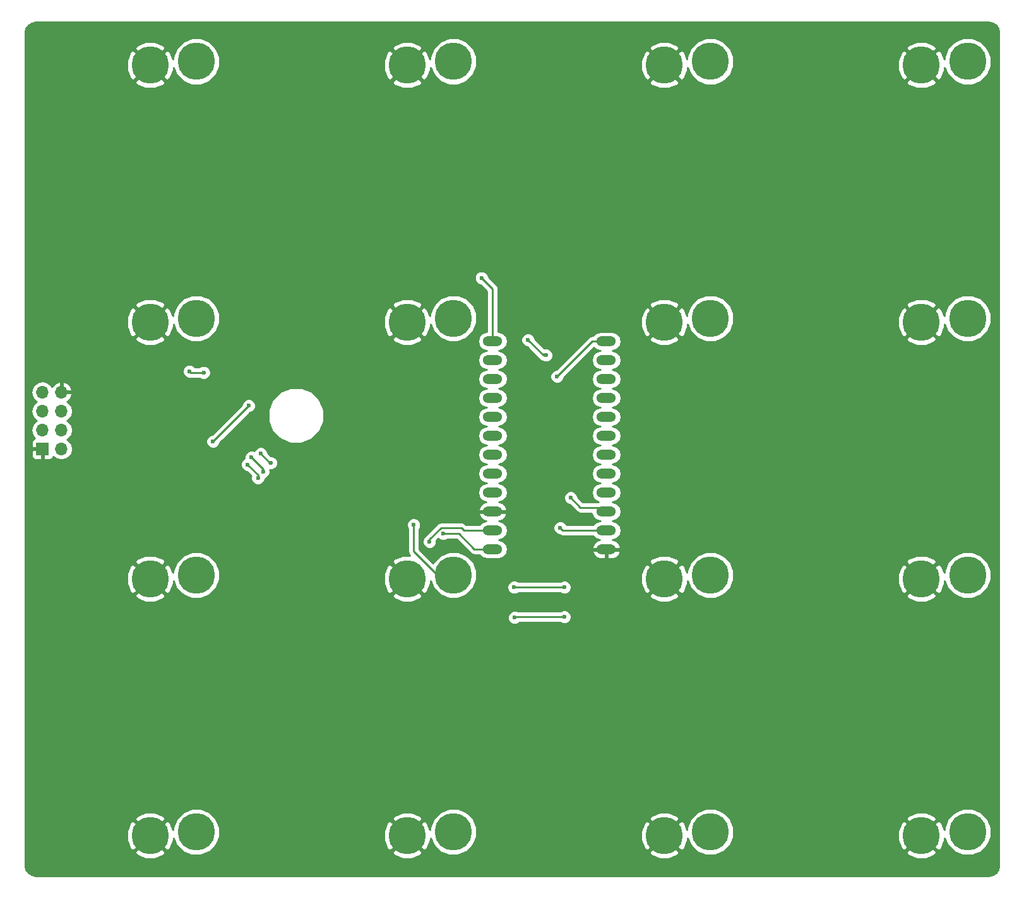
<source format=gbr>
G04 #@! TF.FileFunction,Copper,L2,Bot,Signal*
%FSLAX46Y46*%
G04 Gerber Fmt 4.6, Leading zero omitted, Abs format (unit mm)*
G04 Created by KiCad (PCBNEW 4.0.6) date Sunday, June 10, 2018 'PMt' 08:16:35 PM*
%MOMM*%
%LPD*%
G01*
G04 APERTURE LIST*
%ADD10C,0.100000*%
%ADD11C,5.000000*%
%ADD12O,2.641600X1.320800*%
%ADD13R,1.700000X1.700000*%
%ADD14O,1.700000X1.700000*%
%ADD15C,0.600000*%
%ADD16C,0.250000*%
%ADD17C,0.254000*%
G04 APERTURE END LIST*
D10*
D11*
X135912000Y-72956000D03*
X142112000Y-72456000D03*
X170390000Y-38478000D03*
X176590000Y-37978000D03*
D12*
X162620000Y-75530000D03*
X162620000Y-78070000D03*
X162620000Y-80610000D03*
X162620000Y-83150000D03*
X162620000Y-85690000D03*
X162620000Y-88230000D03*
X162620000Y-90770000D03*
X162620000Y-93310000D03*
X162620000Y-95850000D03*
X162620000Y-98390000D03*
X162620000Y-100930000D03*
X162620000Y-103470000D03*
X147380000Y-103470000D03*
X147380000Y-100930000D03*
X147380000Y-98390000D03*
X147380000Y-95850000D03*
X147380000Y-93310000D03*
X147380000Y-90770000D03*
X147380000Y-88230000D03*
X147380000Y-85690000D03*
X147380000Y-83150000D03*
X147380000Y-80610000D03*
X147380000Y-78070000D03*
X147380000Y-75530000D03*
D11*
X101434000Y-38478000D03*
X107634000Y-37978000D03*
X101434000Y-72956000D03*
X107634000Y-72456000D03*
X101434000Y-107434000D03*
X107634000Y-106934000D03*
X101434000Y-141912000D03*
X107634000Y-141412000D03*
X135912000Y-38478000D03*
X142112000Y-37978000D03*
X135912000Y-107434000D03*
X142112000Y-106934000D03*
X135912000Y-141912000D03*
X142112000Y-141412000D03*
X170390000Y-72956000D03*
X176590000Y-72456000D03*
X170390000Y-107434000D03*
X176590000Y-106934000D03*
X170390000Y-141912000D03*
X176590000Y-141412000D03*
X204868000Y-38478000D03*
X211068000Y-37978000D03*
X204868000Y-72956000D03*
X211068000Y-72456000D03*
X204868000Y-107434000D03*
X211068000Y-106934000D03*
X204868000Y-141912000D03*
X211068000Y-141412000D03*
D13*
X87000000Y-90000000D03*
D14*
X89540000Y-90000000D03*
X87000000Y-87460000D03*
X89540000Y-87460000D03*
X87000000Y-84920000D03*
X89540000Y-84920000D03*
X87000000Y-82380000D03*
X89540000Y-82380000D03*
D15*
X156020000Y-80280000D03*
X157000000Y-112550000D03*
X150330000Y-112640000D03*
X136790000Y-100190000D03*
X114530000Y-92090000D03*
X115900000Y-93880000D03*
X150260000Y-108570000D03*
X157850000Y-96550000D03*
X157010000Y-108570000D03*
X108630000Y-79740000D03*
X106730000Y-79570000D03*
X156440000Y-100580000D03*
X154530000Y-77420000D03*
X152130000Y-75360000D03*
X116280000Y-90640000D03*
X117650000Y-91860000D03*
X140760000Y-101370000D03*
X115020000Y-91140000D03*
X116590000Y-93040000D03*
X138920000Y-102430000D03*
X145880000Y-67030000D03*
X109880000Y-88990000D03*
X114680000Y-84190000D03*
D16*
X160770000Y-75530000D02*
X162620000Y-75530000D01*
X156020000Y-80280000D02*
X160770000Y-75530000D01*
X150420000Y-112550000D02*
X157000000Y-112550000D01*
X150330000Y-112640000D02*
X150420000Y-112550000D01*
X142112000Y-106934000D02*
X139964000Y-106934000D01*
X139964000Y-106934000D02*
X136790000Y-103760000D01*
X136790000Y-103760000D02*
X136790000Y-100190000D01*
X150260000Y-108570000D02*
X157010000Y-108570000D01*
X114530000Y-92090000D02*
X115900000Y-93460000D01*
X115900000Y-93460000D02*
X115900000Y-93880000D01*
X159140000Y-97840000D02*
X162070000Y-97840000D01*
X157850000Y-96550000D02*
X159140000Y-97840000D01*
X162070000Y-97840000D02*
X162620000Y-98390000D01*
X106900000Y-79740000D02*
X108630000Y-79740000D01*
X106730000Y-79570000D02*
X106900000Y-79740000D01*
X156790000Y-100930000D02*
X162620000Y-100930000D01*
X156440000Y-100580000D02*
X156790000Y-100930000D01*
X154190000Y-77420000D02*
X154530000Y-77420000D01*
X152130000Y-75360000D02*
X154190000Y-77420000D01*
X140760000Y-101370000D02*
X142830000Y-101370000D01*
X116280000Y-90640000D02*
X117500000Y-91860000D01*
X117500000Y-91860000D02*
X117650000Y-91860000D01*
X144930000Y-103470000D02*
X147380000Y-103470000D01*
X142830000Y-101370000D02*
X144930000Y-103470000D01*
X147380000Y-100930000D02*
X143520000Y-100930000D01*
X115020000Y-91140000D02*
X116590000Y-92710000D01*
X116590000Y-92710000D02*
X116590000Y-93040000D01*
X138920000Y-102140000D02*
X138920000Y-102430000D01*
X140480000Y-100580000D02*
X138920000Y-102140000D01*
X143170000Y-100580000D02*
X140480000Y-100580000D01*
X143520000Y-100930000D02*
X143170000Y-100580000D01*
X147380000Y-75530000D02*
X147380000Y-68530000D01*
X147380000Y-68530000D02*
X145880000Y-67030000D01*
X114680000Y-84190000D02*
X109880000Y-88990000D01*
X146570000Y-75430000D02*
X147380000Y-75430000D01*
D17*
G36*
X214488338Y-32821046D02*
X214902333Y-33097669D01*
X215178953Y-33511660D01*
X215290000Y-34069931D01*
X215290000Y-145930069D01*
X215178953Y-146488340D01*
X214902333Y-146902331D01*
X214488338Y-147178954D01*
X213930069Y-147290000D01*
X86069931Y-147290000D01*
X85511660Y-147178953D01*
X85097669Y-146902333D01*
X84821046Y-146488338D01*
X84710000Y-145930069D01*
X84710000Y-144147880D01*
X99377725Y-144147880D01*
X99659421Y-144570564D01*
X100811892Y-145047294D01*
X102059072Y-145046705D01*
X103208579Y-144570564D01*
X103490275Y-144147880D01*
X101434000Y-142091605D01*
X99377725Y-144147880D01*
X84710000Y-144147880D01*
X84710000Y-141289892D01*
X98298706Y-141289892D01*
X98299295Y-142537072D01*
X98775436Y-143686579D01*
X99198120Y-143968275D01*
X101254395Y-141912000D01*
X101613605Y-141912000D01*
X103669880Y-143968275D01*
X104092564Y-143686579D01*
X104569294Y-142534108D01*
X104569138Y-142203915D01*
X104974727Y-143185515D01*
X105855847Y-144068174D01*
X107007674Y-144546454D01*
X108254854Y-144547543D01*
X109222111Y-144147880D01*
X133855725Y-144147880D01*
X134137421Y-144570564D01*
X135289892Y-145047294D01*
X136537072Y-145046705D01*
X137686579Y-144570564D01*
X137968275Y-144147880D01*
X135912000Y-142091605D01*
X133855725Y-144147880D01*
X109222111Y-144147880D01*
X109407515Y-144071273D01*
X110290174Y-143190153D01*
X110768454Y-142038326D01*
X110769107Y-141289892D01*
X132776706Y-141289892D01*
X132777295Y-142537072D01*
X133253436Y-143686579D01*
X133676120Y-143968275D01*
X135732395Y-141912000D01*
X136091605Y-141912000D01*
X138147880Y-143968275D01*
X138570564Y-143686579D01*
X139047294Y-142534108D01*
X139047138Y-142203915D01*
X139452727Y-143185515D01*
X140333847Y-144068174D01*
X141485674Y-144546454D01*
X142732854Y-144547543D01*
X143700111Y-144147880D01*
X168333725Y-144147880D01*
X168615421Y-144570564D01*
X169767892Y-145047294D01*
X171015072Y-145046705D01*
X172164579Y-144570564D01*
X172446275Y-144147880D01*
X170390000Y-142091605D01*
X168333725Y-144147880D01*
X143700111Y-144147880D01*
X143885515Y-144071273D01*
X144768174Y-143190153D01*
X145246454Y-142038326D01*
X145247107Y-141289892D01*
X167254706Y-141289892D01*
X167255295Y-142537072D01*
X167731436Y-143686579D01*
X168154120Y-143968275D01*
X170210395Y-141912000D01*
X170569605Y-141912000D01*
X172625880Y-143968275D01*
X173048564Y-143686579D01*
X173525294Y-142534108D01*
X173525138Y-142203915D01*
X173930727Y-143185515D01*
X174811847Y-144068174D01*
X175963674Y-144546454D01*
X177210854Y-144547543D01*
X178178111Y-144147880D01*
X202811725Y-144147880D01*
X203093421Y-144570564D01*
X204245892Y-145047294D01*
X205493072Y-145046705D01*
X206642579Y-144570564D01*
X206924275Y-144147880D01*
X204868000Y-142091605D01*
X202811725Y-144147880D01*
X178178111Y-144147880D01*
X178363515Y-144071273D01*
X179246174Y-143190153D01*
X179724454Y-142038326D01*
X179725107Y-141289892D01*
X201732706Y-141289892D01*
X201733295Y-142537072D01*
X202209436Y-143686579D01*
X202632120Y-143968275D01*
X204688395Y-141912000D01*
X205047605Y-141912000D01*
X207103880Y-143968275D01*
X207526564Y-143686579D01*
X208003294Y-142534108D01*
X208003138Y-142203915D01*
X208408727Y-143185515D01*
X209289847Y-144068174D01*
X210441674Y-144546454D01*
X211688854Y-144547543D01*
X212841515Y-144071273D01*
X213724174Y-143190153D01*
X214202454Y-142038326D01*
X214203543Y-140791146D01*
X213727273Y-139638485D01*
X212846153Y-138755826D01*
X211694326Y-138277546D01*
X210447146Y-138276457D01*
X209294485Y-138752727D01*
X208411826Y-139633847D01*
X207933546Y-140785674D01*
X207933255Y-141119260D01*
X207526564Y-140137421D01*
X207103880Y-139855725D01*
X205047605Y-141912000D01*
X204688395Y-141912000D01*
X202632120Y-139855725D01*
X202209436Y-140137421D01*
X201732706Y-141289892D01*
X179725107Y-141289892D01*
X179725543Y-140791146D01*
X179264824Y-139676120D01*
X202811725Y-139676120D01*
X204868000Y-141732395D01*
X206924275Y-139676120D01*
X206642579Y-139253436D01*
X205490108Y-138776706D01*
X204242928Y-138777295D01*
X203093421Y-139253436D01*
X202811725Y-139676120D01*
X179264824Y-139676120D01*
X179249273Y-139638485D01*
X178368153Y-138755826D01*
X177216326Y-138277546D01*
X175969146Y-138276457D01*
X174816485Y-138752727D01*
X173933826Y-139633847D01*
X173455546Y-140785674D01*
X173455255Y-141119260D01*
X173048564Y-140137421D01*
X172625880Y-139855725D01*
X170569605Y-141912000D01*
X170210395Y-141912000D01*
X168154120Y-139855725D01*
X167731436Y-140137421D01*
X167254706Y-141289892D01*
X145247107Y-141289892D01*
X145247543Y-140791146D01*
X144786824Y-139676120D01*
X168333725Y-139676120D01*
X170390000Y-141732395D01*
X172446275Y-139676120D01*
X172164579Y-139253436D01*
X171012108Y-138776706D01*
X169764928Y-138777295D01*
X168615421Y-139253436D01*
X168333725Y-139676120D01*
X144786824Y-139676120D01*
X144771273Y-139638485D01*
X143890153Y-138755826D01*
X142738326Y-138277546D01*
X141491146Y-138276457D01*
X140338485Y-138752727D01*
X139455826Y-139633847D01*
X138977546Y-140785674D01*
X138977255Y-141119260D01*
X138570564Y-140137421D01*
X138147880Y-139855725D01*
X136091605Y-141912000D01*
X135732395Y-141912000D01*
X133676120Y-139855725D01*
X133253436Y-140137421D01*
X132776706Y-141289892D01*
X110769107Y-141289892D01*
X110769543Y-140791146D01*
X110308824Y-139676120D01*
X133855725Y-139676120D01*
X135912000Y-141732395D01*
X137968275Y-139676120D01*
X137686579Y-139253436D01*
X136534108Y-138776706D01*
X135286928Y-138777295D01*
X134137421Y-139253436D01*
X133855725Y-139676120D01*
X110308824Y-139676120D01*
X110293273Y-139638485D01*
X109412153Y-138755826D01*
X108260326Y-138277546D01*
X107013146Y-138276457D01*
X105860485Y-138752727D01*
X104977826Y-139633847D01*
X104499546Y-140785674D01*
X104499255Y-141119260D01*
X104092564Y-140137421D01*
X103669880Y-139855725D01*
X101613605Y-141912000D01*
X101254395Y-141912000D01*
X99198120Y-139855725D01*
X98775436Y-140137421D01*
X98298706Y-141289892D01*
X84710000Y-141289892D01*
X84710000Y-139676120D01*
X99377725Y-139676120D01*
X101434000Y-141732395D01*
X103490275Y-139676120D01*
X103208579Y-139253436D01*
X102056108Y-138776706D01*
X100808928Y-138777295D01*
X99659421Y-139253436D01*
X99377725Y-139676120D01*
X84710000Y-139676120D01*
X84710000Y-112825167D01*
X149394838Y-112825167D01*
X149536883Y-113168943D01*
X149799673Y-113432192D01*
X150143201Y-113574838D01*
X150515167Y-113575162D01*
X150858943Y-113433117D01*
X150982275Y-113310000D01*
X156437537Y-113310000D01*
X156469673Y-113342192D01*
X156813201Y-113484838D01*
X157185167Y-113485162D01*
X157528943Y-113343117D01*
X157792192Y-113080327D01*
X157934838Y-112736799D01*
X157935162Y-112364833D01*
X157793117Y-112021057D01*
X157530327Y-111757808D01*
X157186799Y-111615162D01*
X156814833Y-111614838D01*
X156471057Y-111756883D01*
X156437882Y-111790000D01*
X150721111Y-111790000D01*
X150516799Y-111705162D01*
X150144833Y-111704838D01*
X149801057Y-111846883D01*
X149537808Y-112109673D01*
X149395162Y-112453201D01*
X149394838Y-112825167D01*
X84710000Y-112825167D01*
X84710000Y-109669880D01*
X99377725Y-109669880D01*
X99659421Y-110092564D01*
X100811892Y-110569294D01*
X102059072Y-110568705D01*
X103208579Y-110092564D01*
X103490275Y-109669880D01*
X101434000Y-107613605D01*
X99377725Y-109669880D01*
X84710000Y-109669880D01*
X84710000Y-106811892D01*
X98298706Y-106811892D01*
X98299295Y-108059072D01*
X98775436Y-109208579D01*
X99198120Y-109490275D01*
X101254395Y-107434000D01*
X101613605Y-107434000D01*
X103669880Y-109490275D01*
X104092564Y-109208579D01*
X104569294Y-108056108D01*
X104569138Y-107725915D01*
X104974727Y-108707515D01*
X105855847Y-109590174D01*
X107007674Y-110068454D01*
X108254854Y-110069543D01*
X109222111Y-109669880D01*
X133855725Y-109669880D01*
X134137421Y-110092564D01*
X135289892Y-110569294D01*
X136537072Y-110568705D01*
X137686579Y-110092564D01*
X137968275Y-109669880D01*
X135912000Y-107613605D01*
X133855725Y-109669880D01*
X109222111Y-109669880D01*
X109407515Y-109593273D01*
X110290174Y-108712153D01*
X110768454Y-107560326D01*
X110769107Y-106811892D01*
X132776706Y-106811892D01*
X132777295Y-108059072D01*
X133253436Y-109208579D01*
X133676120Y-109490275D01*
X135732395Y-107434000D01*
X133676120Y-105377725D01*
X133253436Y-105659421D01*
X132776706Y-106811892D01*
X110769107Y-106811892D01*
X110769543Y-106313146D01*
X110308824Y-105198120D01*
X133855725Y-105198120D01*
X135912000Y-107254395D01*
X135926143Y-107240253D01*
X136105748Y-107419858D01*
X136091605Y-107434000D01*
X138147880Y-109490275D01*
X138570564Y-109208579D01*
X139047294Y-108056108D01*
X139047138Y-107725915D01*
X139452727Y-108707515D01*
X140333847Y-109590174D01*
X141485674Y-110068454D01*
X142732854Y-110069543D01*
X143700111Y-109669880D01*
X168333725Y-109669880D01*
X168615421Y-110092564D01*
X169767892Y-110569294D01*
X171015072Y-110568705D01*
X172164579Y-110092564D01*
X172446275Y-109669880D01*
X170390000Y-107613605D01*
X168333725Y-109669880D01*
X143700111Y-109669880D01*
X143885515Y-109593273D01*
X144725084Y-108755167D01*
X149324838Y-108755167D01*
X149466883Y-109098943D01*
X149729673Y-109362192D01*
X150073201Y-109504838D01*
X150445167Y-109505162D01*
X150788943Y-109363117D01*
X150822118Y-109330000D01*
X156447537Y-109330000D01*
X156479673Y-109362192D01*
X156823201Y-109504838D01*
X157195167Y-109505162D01*
X157538943Y-109363117D01*
X157802192Y-109100327D01*
X157944838Y-108756799D01*
X157945162Y-108384833D01*
X157803117Y-108041057D01*
X157540327Y-107777808D01*
X157196799Y-107635162D01*
X156824833Y-107634838D01*
X156481057Y-107776883D01*
X156447882Y-107810000D01*
X150822463Y-107810000D01*
X150790327Y-107777808D01*
X150446799Y-107635162D01*
X150074833Y-107634838D01*
X149731057Y-107776883D01*
X149467808Y-108039673D01*
X149325162Y-108383201D01*
X149324838Y-108755167D01*
X144725084Y-108755167D01*
X144768174Y-108712153D01*
X145246454Y-107560326D01*
X145247107Y-106811892D01*
X167254706Y-106811892D01*
X167255295Y-108059072D01*
X167731436Y-109208579D01*
X168154120Y-109490275D01*
X170210395Y-107434000D01*
X170569605Y-107434000D01*
X172625880Y-109490275D01*
X173048564Y-109208579D01*
X173525294Y-108056108D01*
X173525138Y-107725915D01*
X173930727Y-108707515D01*
X174811847Y-109590174D01*
X175963674Y-110068454D01*
X177210854Y-110069543D01*
X178178111Y-109669880D01*
X202811725Y-109669880D01*
X203093421Y-110092564D01*
X204245892Y-110569294D01*
X205493072Y-110568705D01*
X206642579Y-110092564D01*
X206924275Y-109669880D01*
X204868000Y-107613605D01*
X202811725Y-109669880D01*
X178178111Y-109669880D01*
X178363515Y-109593273D01*
X179246174Y-108712153D01*
X179724454Y-107560326D01*
X179725107Y-106811892D01*
X201732706Y-106811892D01*
X201733295Y-108059072D01*
X202209436Y-109208579D01*
X202632120Y-109490275D01*
X204688395Y-107434000D01*
X205047605Y-107434000D01*
X207103880Y-109490275D01*
X207526564Y-109208579D01*
X208003294Y-108056108D01*
X208003138Y-107725915D01*
X208408727Y-108707515D01*
X209289847Y-109590174D01*
X210441674Y-110068454D01*
X211688854Y-110069543D01*
X212841515Y-109593273D01*
X213724174Y-108712153D01*
X214202454Y-107560326D01*
X214203543Y-106313146D01*
X213727273Y-105160485D01*
X212846153Y-104277826D01*
X211694326Y-103799546D01*
X210447146Y-103798457D01*
X209294485Y-104274727D01*
X208411826Y-105155847D01*
X207933546Y-106307674D01*
X207933255Y-106641260D01*
X207526564Y-105659421D01*
X207103880Y-105377725D01*
X205047605Y-107434000D01*
X204688395Y-107434000D01*
X202632120Y-105377725D01*
X202209436Y-105659421D01*
X201732706Y-106811892D01*
X179725107Y-106811892D01*
X179725543Y-106313146D01*
X179264824Y-105198120D01*
X202811725Y-105198120D01*
X204868000Y-107254395D01*
X206924275Y-105198120D01*
X206642579Y-104775436D01*
X205490108Y-104298706D01*
X204242928Y-104299295D01*
X203093421Y-104775436D01*
X202811725Y-105198120D01*
X179264824Y-105198120D01*
X179249273Y-105160485D01*
X178368153Y-104277826D01*
X177216326Y-103799546D01*
X175969146Y-103798457D01*
X174816485Y-104274727D01*
X173933826Y-105155847D01*
X173455546Y-106307674D01*
X173455255Y-106641260D01*
X173048564Y-105659421D01*
X172625880Y-105377725D01*
X170569605Y-107434000D01*
X170210395Y-107434000D01*
X168154120Y-105377725D01*
X167731436Y-105659421D01*
X167254706Y-106811892D01*
X145247107Y-106811892D01*
X145247543Y-106313146D01*
X144786824Y-105198120D01*
X168333725Y-105198120D01*
X170390000Y-107254395D01*
X172446275Y-105198120D01*
X172164579Y-104775436D01*
X171012108Y-104298706D01*
X169764928Y-104299295D01*
X168615421Y-104775436D01*
X168333725Y-105198120D01*
X144786824Y-105198120D01*
X144771273Y-105160485D01*
X143890153Y-104277826D01*
X142738326Y-103799546D01*
X141491146Y-103798457D01*
X140338485Y-104274727D01*
X139455826Y-105155847D01*
X139398560Y-105293758D01*
X137550000Y-103445198D01*
X137550000Y-102615167D01*
X137984838Y-102615167D01*
X138126883Y-102958943D01*
X138389673Y-103222192D01*
X138733201Y-103364838D01*
X139105167Y-103365162D01*
X139448943Y-103223117D01*
X139712192Y-102960327D01*
X139854838Y-102616799D01*
X139855132Y-102279670D01*
X140101254Y-102033548D01*
X140229673Y-102162192D01*
X140573201Y-102304838D01*
X140945167Y-102305162D01*
X141288943Y-102163117D01*
X141322118Y-102130000D01*
X142515198Y-102130000D01*
X144392599Y-104007401D01*
X144639160Y-104172148D01*
X144687414Y-104181746D01*
X144930000Y-104230000D01*
X145661071Y-104230000D01*
X145765298Y-104385986D01*
X146185556Y-104666794D01*
X146681284Y-104765400D01*
X148078716Y-104765400D01*
X148574444Y-104666794D01*
X148994702Y-104385986D01*
X149275510Y-103965728D01*
X149309051Y-103797105D01*
X160706180Y-103797105D01*
X160714205Y-103848396D01*
X160953811Y-104296184D01*
X161346539Y-104618193D01*
X161832600Y-104765400D01*
X162493000Y-104765400D01*
X162493000Y-103597000D01*
X162747000Y-103597000D01*
X162747000Y-104765400D01*
X163407400Y-104765400D01*
X163893461Y-104618193D01*
X164286189Y-104296184D01*
X164525795Y-103848396D01*
X164533820Y-103797105D01*
X164409933Y-103597000D01*
X162747000Y-103597000D01*
X162493000Y-103597000D01*
X160830067Y-103597000D01*
X160706180Y-103797105D01*
X149309051Y-103797105D01*
X149374116Y-103470000D01*
X149275510Y-102974272D01*
X148994702Y-102554014D01*
X148574444Y-102273206D01*
X148206411Y-102200000D01*
X148574444Y-102126794D01*
X148994702Y-101845986D01*
X149275510Y-101425728D01*
X149374116Y-100930000D01*
X149275510Y-100434272D01*
X148994702Y-100014014D01*
X148574444Y-99733206D01*
X148233486Y-99665385D01*
X148653461Y-99538193D01*
X149046189Y-99216184D01*
X149285795Y-98768396D01*
X149293820Y-98717105D01*
X149169933Y-98517000D01*
X147507000Y-98517000D01*
X147507000Y-98537000D01*
X147253000Y-98537000D01*
X147253000Y-98517000D01*
X145590067Y-98517000D01*
X145466180Y-98717105D01*
X145474205Y-98768396D01*
X145713811Y-99216184D01*
X146106539Y-99538193D01*
X146526514Y-99665385D01*
X146185556Y-99733206D01*
X145765298Y-100014014D01*
X145661071Y-100170000D01*
X143834802Y-100170000D01*
X143707401Y-100042599D01*
X143460839Y-99877852D01*
X143170000Y-99820000D01*
X140480000Y-99820000D01*
X140189161Y-99877852D01*
X139942599Y-100042599D01*
X138382599Y-101602599D01*
X138296862Y-101730914D01*
X138127808Y-101899673D01*
X137985162Y-102243201D01*
X137984838Y-102615167D01*
X137550000Y-102615167D01*
X137550000Y-100752463D01*
X137582192Y-100720327D01*
X137724838Y-100376799D01*
X137725162Y-100004833D01*
X137583117Y-99661057D01*
X137320327Y-99397808D01*
X136976799Y-99255162D01*
X136604833Y-99254838D01*
X136261057Y-99396883D01*
X135997808Y-99659673D01*
X135855162Y-100003201D01*
X135854838Y-100375167D01*
X135996883Y-100718943D01*
X136030000Y-100752118D01*
X136030000Y-103760000D01*
X136087852Y-104050839D01*
X136252599Y-104297401D01*
X136254036Y-104298838D01*
X135286928Y-104299295D01*
X134137421Y-104775436D01*
X133855725Y-105198120D01*
X110308824Y-105198120D01*
X110293273Y-105160485D01*
X109412153Y-104277826D01*
X108260326Y-103799546D01*
X107013146Y-103798457D01*
X105860485Y-104274727D01*
X104977826Y-105155847D01*
X104499546Y-106307674D01*
X104499255Y-106641260D01*
X104092564Y-105659421D01*
X103669880Y-105377725D01*
X101613605Y-107434000D01*
X101254395Y-107434000D01*
X99198120Y-105377725D01*
X98775436Y-105659421D01*
X98298706Y-106811892D01*
X84710000Y-106811892D01*
X84710000Y-105198120D01*
X99377725Y-105198120D01*
X101434000Y-107254395D01*
X103490275Y-105198120D01*
X103208579Y-104775436D01*
X102056108Y-104298706D01*
X100808928Y-104299295D01*
X99659421Y-104775436D01*
X99377725Y-105198120D01*
X84710000Y-105198120D01*
X84710000Y-92275167D01*
X113594838Y-92275167D01*
X113736883Y-92618943D01*
X113999673Y-92882192D01*
X114343201Y-93024838D01*
X114390077Y-93024879D01*
X114992518Y-93627320D01*
X114965162Y-93693201D01*
X114964838Y-94065167D01*
X115106883Y-94408943D01*
X115369673Y-94672192D01*
X115713201Y-94814838D01*
X116085167Y-94815162D01*
X116428943Y-94673117D01*
X116692192Y-94410327D01*
X116834838Y-94066799D01*
X116834939Y-93950465D01*
X117118943Y-93833117D01*
X117382192Y-93570327D01*
X117524838Y-93226799D01*
X117525162Y-92854833D01*
X117500386Y-92794870D01*
X117835167Y-92795162D01*
X118178943Y-92653117D01*
X118442192Y-92390327D01*
X118584838Y-92046799D01*
X118585162Y-91674833D01*
X118443117Y-91331057D01*
X118180327Y-91067808D01*
X117836799Y-90925162D01*
X117639792Y-90924990D01*
X117215122Y-90500320D01*
X117215162Y-90454833D01*
X117073117Y-90111057D01*
X116810327Y-89847808D01*
X116466799Y-89705162D01*
X116094833Y-89704838D01*
X115751057Y-89846883D01*
X115487808Y-90109673D01*
X115412662Y-90290644D01*
X115206799Y-90205162D01*
X114834833Y-90204838D01*
X114491057Y-90346883D01*
X114227808Y-90609673D01*
X114085162Y-90953201D01*
X114084893Y-91262243D01*
X114001057Y-91296883D01*
X113737808Y-91559673D01*
X113595162Y-91903201D01*
X113594838Y-92275167D01*
X84710000Y-92275167D01*
X84710000Y-90285750D01*
X85515000Y-90285750D01*
X85515000Y-90976310D01*
X85611673Y-91209699D01*
X85790302Y-91388327D01*
X86023691Y-91485000D01*
X86714250Y-91485000D01*
X86873000Y-91326250D01*
X86873000Y-90127000D01*
X85673750Y-90127000D01*
X85515000Y-90285750D01*
X84710000Y-90285750D01*
X84710000Y-82380000D01*
X85485907Y-82380000D01*
X85598946Y-82948285D01*
X85920853Y-83430054D01*
X86250026Y-83650000D01*
X85920853Y-83869946D01*
X85598946Y-84351715D01*
X85485907Y-84920000D01*
X85598946Y-85488285D01*
X85920853Y-85970054D01*
X86250026Y-86190000D01*
X85920853Y-86409946D01*
X85598946Y-86891715D01*
X85485907Y-87460000D01*
X85598946Y-88028285D01*
X85920853Y-88510054D01*
X85964777Y-88539403D01*
X85790302Y-88611673D01*
X85611673Y-88790301D01*
X85515000Y-89023690D01*
X85515000Y-89714250D01*
X85673750Y-89873000D01*
X86873000Y-89873000D01*
X86873000Y-89853000D01*
X87127000Y-89853000D01*
X87127000Y-89873000D01*
X87147000Y-89873000D01*
X87147000Y-90127000D01*
X87127000Y-90127000D01*
X87127000Y-91326250D01*
X87285750Y-91485000D01*
X87976309Y-91485000D01*
X88209698Y-91388327D01*
X88388327Y-91209699D01*
X88456903Y-91044142D01*
X88460853Y-91050054D01*
X88942622Y-91371961D01*
X89510907Y-91485000D01*
X89569093Y-91485000D01*
X90137378Y-91371961D01*
X90619147Y-91050054D01*
X90941054Y-90568285D01*
X91054093Y-90000000D01*
X90941054Y-89431715D01*
X90769635Y-89175167D01*
X108944838Y-89175167D01*
X109086883Y-89518943D01*
X109349673Y-89782192D01*
X109693201Y-89924838D01*
X110065167Y-89925162D01*
X110408943Y-89783117D01*
X110672192Y-89520327D01*
X110814838Y-89176799D01*
X110814879Y-89129923D01*
X113705124Y-86239678D01*
X117264353Y-86239678D01*
X117831775Y-87612944D01*
X118881530Y-88664533D01*
X120253803Y-89234350D01*
X121739678Y-89235647D01*
X123112944Y-88668225D01*
X124164533Y-87618470D01*
X124734350Y-86246197D01*
X124735647Y-84760322D01*
X124168225Y-83387056D01*
X123118470Y-82335467D01*
X121746197Y-81765650D01*
X120260322Y-81764353D01*
X118887056Y-82331775D01*
X117835467Y-83381530D01*
X117265650Y-84753803D01*
X117264353Y-86239678D01*
X113705124Y-86239678D01*
X114819680Y-85125122D01*
X114865167Y-85125162D01*
X115208943Y-84983117D01*
X115472192Y-84720327D01*
X115614838Y-84376799D01*
X115615162Y-84004833D01*
X115473117Y-83661057D01*
X115210327Y-83397808D01*
X114866799Y-83255162D01*
X114494833Y-83254838D01*
X114151057Y-83396883D01*
X113887808Y-83659673D01*
X113745162Y-84003201D01*
X113745121Y-84050077D01*
X109740320Y-88054878D01*
X109694833Y-88054838D01*
X109351057Y-88196883D01*
X109087808Y-88459673D01*
X108945162Y-88803201D01*
X108944838Y-89175167D01*
X90769635Y-89175167D01*
X90619147Y-88949946D01*
X90289974Y-88730000D01*
X90619147Y-88510054D01*
X90941054Y-88028285D01*
X91054093Y-87460000D01*
X90941054Y-86891715D01*
X90619147Y-86409946D01*
X90289974Y-86190000D01*
X90619147Y-85970054D01*
X90941054Y-85488285D01*
X91054093Y-84920000D01*
X90941054Y-84351715D01*
X90619147Y-83869946D01*
X90278447Y-83642298D01*
X90421358Y-83575183D01*
X90811645Y-83146924D01*
X90981476Y-82736890D01*
X90860155Y-82507000D01*
X89667000Y-82507000D01*
X89667000Y-82527000D01*
X89413000Y-82527000D01*
X89413000Y-82507000D01*
X89393000Y-82507000D01*
X89393000Y-82253000D01*
X89413000Y-82253000D01*
X89413000Y-81059181D01*
X89667000Y-81059181D01*
X89667000Y-82253000D01*
X90860155Y-82253000D01*
X90981476Y-82023110D01*
X90811645Y-81613076D01*
X90421358Y-81184817D01*
X89896892Y-80938514D01*
X89667000Y-81059181D01*
X89413000Y-81059181D01*
X89183108Y-80938514D01*
X88658642Y-81184817D01*
X88268355Y-81613076D01*
X88268345Y-81613101D01*
X88079147Y-81329946D01*
X87597378Y-81008039D01*
X87029093Y-80895000D01*
X86970907Y-80895000D01*
X86402622Y-81008039D01*
X85920853Y-81329946D01*
X85598946Y-81811715D01*
X85485907Y-82380000D01*
X84710000Y-82380000D01*
X84710000Y-79755167D01*
X105794838Y-79755167D01*
X105936883Y-80098943D01*
X106199673Y-80362192D01*
X106543201Y-80504838D01*
X106915167Y-80505162D01*
X106927660Y-80500000D01*
X108067537Y-80500000D01*
X108099673Y-80532192D01*
X108443201Y-80674838D01*
X108815167Y-80675162D01*
X109158943Y-80533117D01*
X109422192Y-80270327D01*
X109564838Y-79926799D01*
X109565162Y-79554833D01*
X109423117Y-79211057D01*
X109160327Y-78947808D01*
X108816799Y-78805162D01*
X108444833Y-78804838D01*
X108101057Y-78946883D01*
X108067882Y-78980000D01*
X107462166Y-78980000D01*
X107260327Y-78777808D01*
X106916799Y-78635162D01*
X106544833Y-78634838D01*
X106201057Y-78776883D01*
X105937808Y-79039673D01*
X105795162Y-79383201D01*
X105794838Y-79755167D01*
X84710000Y-79755167D01*
X84710000Y-75191880D01*
X99377725Y-75191880D01*
X99659421Y-75614564D01*
X100811892Y-76091294D01*
X102059072Y-76090705D01*
X103208579Y-75614564D01*
X103490275Y-75191880D01*
X101434000Y-73135605D01*
X99377725Y-75191880D01*
X84710000Y-75191880D01*
X84710000Y-72333892D01*
X98298706Y-72333892D01*
X98299295Y-73581072D01*
X98775436Y-74730579D01*
X99198120Y-75012275D01*
X101254395Y-72956000D01*
X101613605Y-72956000D01*
X103669880Y-75012275D01*
X104092564Y-74730579D01*
X104569294Y-73578108D01*
X104569138Y-73247915D01*
X104974727Y-74229515D01*
X105855847Y-75112174D01*
X107007674Y-75590454D01*
X108254854Y-75591543D01*
X109222111Y-75191880D01*
X133855725Y-75191880D01*
X134137421Y-75614564D01*
X135289892Y-76091294D01*
X136537072Y-76090705D01*
X137686579Y-75614564D01*
X137968275Y-75191880D01*
X135912000Y-73135605D01*
X133855725Y-75191880D01*
X109222111Y-75191880D01*
X109407515Y-75115273D01*
X110290174Y-74234153D01*
X110768454Y-73082326D01*
X110769107Y-72333892D01*
X132776706Y-72333892D01*
X132777295Y-73581072D01*
X133253436Y-74730579D01*
X133676120Y-75012275D01*
X135732395Y-72956000D01*
X136091605Y-72956000D01*
X138147880Y-75012275D01*
X138570564Y-74730579D01*
X139047294Y-73578108D01*
X139047138Y-73247915D01*
X139452727Y-74229515D01*
X140333847Y-75112174D01*
X141485674Y-75590454D01*
X142732854Y-75591543D01*
X143885515Y-75115273D01*
X144768174Y-74234153D01*
X145246454Y-73082326D01*
X145247543Y-71835146D01*
X144771273Y-70682485D01*
X143890153Y-69799826D01*
X142738326Y-69321546D01*
X141491146Y-69320457D01*
X140338485Y-69796727D01*
X139455826Y-70677847D01*
X138977546Y-71829674D01*
X138977255Y-72163260D01*
X138570564Y-71181421D01*
X138147880Y-70899725D01*
X136091605Y-72956000D01*
X135732395Y-72956000D01*
X133676120Y-70899725D01*
X133253436Y-71181421D01*
X132776706Y-72333892D01*
X110769107Y-72333892D01*
X110769543Y-71835146D01*
X110308824Y-70720120D01*
X133855725Y-70720120D01*
X135912000Y-72776395D01*
X137968275Y-70720120D01*
X137686579Y-70297436D01*
X136534108Y-69820706D01*
X135286928Y-69821295D01*
X134137421Y-70297436D01*
X133855725Y-70720120D01*
X110308824Y-70720120D01*
X110293273Y-70682485D01*
X109412153Y-69799826D01*
X108260326Y-69321546D01*
X107013146Y-69320457D01*
X105860485Y-69796727D01*
X104977826Y-70677847D01*
X104499546Y-71829674D01*
X104499255Y-72163260D01*
X104092564Y-71181421D01*
X103669880Y-70899725D01*
X101613605Y-72956000D01*
X101254395Y-72956000D01*
X99198120Y-70899725D01*
X98775436Y-71181421D01*
X98298706Y-72333892D01*
X84710000Y-72333892D01*
X84710000Y-70720120D01*
X99377725Y-70720120D01*
X101434000Y-72776395D01*
X103490275Y-70720120D01*
X103208579Y-70297436D01*
X102056108Y-69820706D01*
X100808928Y-69821295D01*
X99659421Y-70297436D01*
X99377725Y-70720120D01*
X84710000Y-70720120D01*
X84710000Y-67215167D01*
X144944838Y-67215167D01*
X145086883Y-67558943D01*
X145349673Y-67822192D01*
X145693201Y-67964838D01*
X145740077Y-67964879D01*
X146620000Y-68844802D01*
X146620000Y-74246790D01*
X146185556Y-74333206D01*
X145765298Y-74614014D01*
X145484490Y-75034272D01*
X145385884Y-75530000D01*
X145484490Y-76025728D01*
X145765298Y-76445986D01*
X146185556Y-76726794D01*
X146553589Y-76800000D01*
X146185556Y-76873206D01*
X145765298Y-77154014D01*
X145484490Y-77574272D01*
X145385884Y-78070000D01*
X145484490Y-78565728D01*
X145765298Y-78985986D01*
X146185556Y-79266794D01*
X146553589Y-79340000D01*
X146185556Y-79413206D01*
X145765298Y-79694014D01*
X145484490Y-80114272D01*
X145385884Y-80610000D01*
X145484490Y-81105728D01*
X145765298Y-81525986D01*
X146185556Y-81806794D01*
X146553589Y-81880000D01*
X146185556Y-81953206D01*
X145765298Y-82234014D01*
X145484490Y-82654272D01*
X145385884Y-83150000D01*
X145484490Y-83645728D01*
X145765298Y-84065986D01*
X146185556Y-84346794D01*
X146553589Y-84420000D01*
X146185556Y-84493206D01*
X145765298Y-84774014D01*
X145484490Y-85194272D01*
X145385884Y-85690000D01*
X145484490Y-86185728D01*
X145765298Y-86605986D01*
X146185556Y-86886794D01*
X146553589Y-86960000D01*
X146185556Y-87033206D01*
X145765298Y-87314014D01*
X145484490Y-87734272D01*
X145385884Y-88230000D01*
X145484490Y-88725728D01*
X145765298Y-89145986D01*
X146185556Y-89426794D01*
X146553589Y-89500000D01*
X146185556Y-89573206D01*
X145765298Y-89854014D01*
X145484490Y-90274272D01*
X145385884Y-90770000D01*
X145484490Y-91265728D01*
X145765298Y-91685986D01*
X146185556Y-91966794D01*
X146553589Y-92040000D01*
X146185556Y-92113206D01*
X145765298Y-92394014D01*
X145484490Y-92814272D01*
X145385884Y-93310000D01*
X145484490Y-93805728D01*
X145765298Y-94225986D01*
X146185556Y-94506794D01*
X146553589Y-94580000D01*
X146185556Y-94653206D01*
X145765298Y-94934014D01*
X145484490Y-95354272D01*
X145385884Y-95850000D01*
X145484490Y-96345728D01*
X145765298Y-96765986D01*
X146185556Y-97046794D01*
X146526514Y-97114615D01*
X146106539Y-97241807D01*
X145713811Y-97563816D01*
X145474205Y-98011604D01*
X145466180Y-98062895D01*
X145590067Y-98263000D01*
X147253000Y-98263000D01*
X147253000Y-98243000D01*
X147507000Y-98243000D01*
X147507000Y-98263000D01*
X149169933Y-98263000D01*
X149293820Y-98062895D01*
X149285795Y-98011604D01*
X149046189Y-97563816D01*
X148653461Y-97241807D01*
X148233486Y-97114615D01*
X148574444Y-97046794D01*
X148994702Y-96765986D01*
X149275510Y-96345728D01*
X149374116Y-95850000D01*
X149275510Y-95354272D01*
X148994702Y-94934014D01*
X148574444Y-94653206D01*
X148206411Y-94580000D01*
X148574444Y-94506794D01*
X148994702Y-94225986D01*
X149275510Y-93805728D01*
X149374116Y-93310000D01*
X149275510Y-92814272D01*
X148994702Y-92394014D01*
X148574444Y-92113206D01*
X148206411Y-92040000D01*
X148574444Y-91966794D01*
X148994702Y-91685986D01*
X149275510Y-91265728D01*
X149374116Y-90770000D01*
X149275510Y-90274272D01*
X148994702Y-89854014D01*
X148574444Y-89573206D01*
X148206411Y-89500000D01*
X148574444Y-89426794D01*
X148994702Y-89145986D01*
X149275510Y-88725728D01*
X149374116Y-88230000D01*
X149275510Y-87734272D01*
X148994702Y-87314014D01*
X148574444Y-87033206D01*
X148206411Y-86960000D01*
X148574444Y-86886794D01*
X148994702Y-86605986D01*
X149275510Y-86185728D01*
X149374116Y-85690000D01*
X149275510Y-85194272D01*
X148994702Y-84774014D01*
X148574444Y-84493206D01*
X148206411Y-84420000D01*
X148574444Y-84346794D01*
X148994702Y-84065986D01*
X149275510Y-83645728D01*
X149374116Y-83150000D01*
X149275510Y-82654272D01*
X148994702Y-82234014D01*
X148574444Y-81953206D01*
X148206411Y-81880000D01*
X148574444Y-81806794D01*
X148994702Y-81525986D01*
X149275510Y-81105728D01*
X149374116Y-80610000D01*
X149345308Y-80465167D01*
X155084838Y-80465167D01*
X155226883Y-80808943D01*
X155489673Y-81072192D01*
X155833201Y-81214838D01*
X156205167Y-81215162D01*
X156548943Y-81073117D01*
X156812192Y-80810327D01*
X156954838Y-80466799D01*
X156954879Y-80419923D01*
X160974664Y-76400138D01*
X161005298Y-76445986D01*
X161425556Y-76726794D01*
X161793589Y-76800000D01*
X161425556Y-76873206D01*
X161005298Y-77154014D01*
X160724490Y-77574272D01*
X160625884Y-78070000D01*
X160724490Y-78565728D01*
X161005298Y-78985986D01*
X161425556Y-79266794D01*
X161793589Y-79340000D01*
X161425556Y-79413206D01*
X161005298Y-79694014D01*
X160724490Y-80114272D01*
X160625884Y-80610000D01*
X160724490Y-81105728D01*
X161005298Y-81525986D01*
X161425556Y-81806794D01*
X161793589Y-81880000D01*
X161425556Y-81953206D01*
X161005298Y-82234014D01*
X160724490Y-82654272D01*
X160625884Y-83150000D01*
X160724490Y-83645728D01*
X161005298Y-84065986D01*
X161425556Y-84346794D01*
X161793589Y-84420000D01*
X161425556Y-84493206D01*
X161005298Y-84774014D01*
X160724490Y-85194272D01*
X160625884Y-85690000D01*
X160724490Y-86185728D01*
X161005298Y-86605986D01*
X161425556Y-86886794D01*
X161793589Y-86960000D01*
X161425556Y-87033206D01*
X161005298Y-87314014D01*
X160724490Y-87734272D01*
X160625884Y-88230000D01*
X160724490Y-88725728D01*
X161005298Y-89145986D01*
X161425556Y-89426794D01*
X161793589Y-89500000D01*
X161425556Y-89573206D01*
X161005298Y-89854014D01*
X160724490Y-90274272D01*
X160625884Y-90770000D01*
X160724490Y-91265728D01*
X161005298Y-91685986D01*
X161425556Y-91966794D01*
X161793589Y-92040000D01*
X161425556Y-92113206D01*
X161005298Y-92394014D01*
X160724490Y-92814272D01*
X160625884Y-93310000D01*
X160724490Y-93805728D01*
X161005298Y-94225986D01*
X161425556Y-94506794D01*
X161793589Y-94580000D01*
X161425556Y-94653206D01*
X161005298Y-94934014D01*
X160724490Y-95354272D01*
X160625884Y-95850000D01*
X160724490Y-96345728D01*
X161005298Y-96765986D01*
X161425556Y-97046794D01*
X161592495Y-97080000D01*
X159454803Y-97080000D01*
X158785122Y-96410320D01*
X158785162Y-96364833D01*
X158643117Y-96021057D01*
X158380327Y-95757808D01*
X158036799Y-95615162D01*
X157664833Y-95614838D01*
X157321057Y-95756883D01*
X157057808Y-96019673D01*
X156915162Y-96363201D01*
X156914838Y-96735167D01*
X157056883Y-97078943D01*
X157319673Y-97342192D01*
X157663201Y-97484838D01*
X157710077Y-97484879D01*
X158602598Y-98377401D01*
X158767345Y-98487480D01*
X158849161Y-98542148D01*
X159140000Y-98600000D01*
X160667655Y-98600000D01*
X160724490Y-98885728D01*
X161005298Y-99305986D01*
X161425556Y-99586794D01*
X161793589Y-99660000D01*
X161425556Y-99733206D01*
X161005298Y-100014014D01*
X160901071Y-100170000D01*
X157282263Y-100170000D01*
X157233117Y-100051057D01*
X156970327Y-99787808D01*
X156626799Y-99645162D01*
X156254833Y-99644838D01*
X155911057Y-99786883D01*
X155647808Y-100049673D01*
X155505162Y-100393201D01*
X155504838Y-100765167D01*
X155646883Y-101108943D01*
X155909673Y-101372192D01*
X156253201Y-101514838D01*
X156323686Y-101514899D01*
X156499161Y-101632148D01*
X156790000Y-101690000D01*
X160901071Y-101690000D01*
X161005298Y-101845986D01*
X161425556Y-102126794D01*
X161766514Y-102194615D01*
X161346539Y-102321807D01*
X160953811Y-102643816D01*
X160714205Y-103091604D01*
X160706180Y-103142895D01*
X160830067Y-103343000D01*
X162493000Y-103343000D01*
X162493000Y-103323000D01*
X162747000Y-103323000D01*
X162747000Y-103343000D01*
X164409933Y-103343000D01*
X164533820Y-103142895D01*
X164525795Y-103091604D01*
X164286189Y-102643816D01*
X163893461Y-102321807D01*
X163473486Y-102194615D01*
X163814444Y-102126794D01*
X164234702Y-101845986D01*
X164515510Y-101425728D01*
X164614116Y-100930000D01*
X164515510Y-100434272D01*
X164234702Y-100014014D01*
X163814444Y-99733206D01*
X163446411Y-99660000D01*
X163814444Y-99586794D01*
X164234702Y-99305986D01*
X164515510Y-98885728D01*
X164614116Y-98390000D01*
X164515510Y-97894272D01*
X164234702Y-97474014D01*
X163814444Y-97193206D01*
X163446411Y-97120000D01*
X163814444Y-97046794D01*
X164234702Y-96765986D01*
X164515510Y-96345728D01*
X164614116Y-95850000D01*
X164515510Y-95354272D01*
X164234702Y-94934014D01*
X163814444Y-94653206D01*
X163446411Y-94580000D01*
X163814444Y-94506794D01*
X164234702Y-94225986D01*
X164515510Y-93805728D01*
X164614116Y-93310000D01*
X164515510Y-92814272D01*
X164234702Y-92394014D01*
X163814444Y-92113206D01*
X163446411Y-92040000D01*
X163814444Y-91966794D01*
X164234702Y-91685986D01*
X164515510Y-91265728D01*
X164614116Y-90770000D01*
X164515510Y-90274272D01*
X164234702Y-89854014D01*
X163814444Y-89573206D01*
X163446411Y-89500000D01*
X163814444Y-89426794D01*
X164234702Y-89145986D01*
X164515510Y-88725728D01*
X164614116Y-88230000D01*
X164515510Y-87734272D01*
X164234702Y-87314014D01*
X163814444Y-87033206D01*
X163446411Y-86960000D01*
X163814444Y-86886794D01*
X164234702Y-86605986D01*
X164515510Y-86185728D01*
X164614116Y-85690000D01*
X164515510Y-85194272D01*
X164234702Y-84774014D01*
X163814444Y-84493206D01*
X163446411Y-84420000D01*
X163814444Y-84346794D01*
X164234702Y-84065986D01*
X164515510Y-83645728D01*
X164614116Y-83150000D01*
X164515510Y-82654272D01*
X164234702Y-82234014D01*
X163814444Y-81953206D01*
X163446411Y-81880000D01*
X163814444Y-81806794D01*
X164234702Y-81525986D01*
X164515510Y-81105728D01*
X164614116Y-80610000D01*
X164515510Y-80114272D01*
X164234702Y-79694014D01*
X163814444Y-79413206D01*
X163446411Y-79340000D01*
X163814444Y-79266794D01*
X164234702Y-78985986D01*
X164515510Y-78565728D01*
X164614116Y-78070000D01*
X164515510Y-77574272D01*
X164234702Y-77154014D01*
X163814444Y-76873206D01*
X163446411Y-76800000D01*
X163814444Y-76726794D01*
X164234702Y-76445986D01*
X164515510Y-76025728D01*
X164614116Y-75530000D01*
X164546861Y-75191880D01*
X168333725Y-75191880D01*
X168615421Y-75614564D01*
X169767892Y-76091294D01*
X171015072Y-76090705D01*
X172164579Y-75614564D01*
X172446275Y-75191880D01*
X170390000Y-73135605D01*
X168333725Y-75191880D01*
X164546861Y-75191880D01*
X164515510Y-75034272D01*
X164234702Y-74614014D01*
X163814444Y-74333206D01*
X163318716Y-74234600D01*
X161921284Y-74234600D01*
X161425556Y-74333206D01*
X161005298Y-74614014D01*
X160901071Y-74770000D01*
X160770000Y-74770000D01*
X160527414Y-74818254D01*
X160479160Y-74827852D01*
X160232599Y-74992599D01*
X155880320Y-79344878D01*
X155834833Y-79344838D01*
X155491057Y-79486883D01*
X155227808Y-79749673D01*
X155085162Y-80093201D01*
X155084838Y-80465167D01*
X149345308Y-80465167D01*
X149275510Y-80114272D01*
X148994702Y-79694014D01*
X148574444Y-79413206D01*
X148206411Y-79340000D01*
X148574444Y-79266794D01*
X148994702Y-78985986D01*
X149275510Y-78565728D01*
X149374116Y-78070000D01*
X149275510Y-77574272D01*
X148994702Y-77154014D01*
X148574444Y-76873206D01*
X148206411Y-76800000D01*
X148574444Y-76726794D01*
X148994702Y-76445986D01*
X149275510Y-76025728D01*
X149371099Y-75545167D01*
X151194838Y-75545167D01*
X151336883Y-75888943D01*
X151599673Y-76152192D01*
X151943201Y-76294838D01*
X151990077Y-76294879D01*
X153652599Y-77957401D01*
X153899161Y-78122148D01*
X153912419Y-78124785D01*
X153999673Y-78212192D01*
X154343201Y-78354838D01*
X154715167Y-78355162D01*
X155058943Y-78213117D01*
X155322192Y-77950327D01*
X155464838Y-77606799D01*
X155465162Y-77234833D01*
X155323117Y-76891057D01*
X155060327Y-76627808D01*
X154716799Y-76485162D01*
X154344833Y-76484838D01*
X154334082Y-76489280D01*
X153065122Y-75220320D01*
X153065162Y-75174833D01*
X152923117Y-74831057D01*
X152660327Y-74567808D01*
X152316799Y-74425162D01*
X151944833Y-74424838D01*
X151601057Y-74566883D01*
X151337808Y-74829673D01*
X151195162Y-75173201D01*
X151194838Y-75545167D01*
X149371099Y-75545167D01*
X149374116Y-75530000D01*
X149275510Y-75034272D01*
X148994702Y-74614014D01*
X148574444Y-74333206D01*
X148140000Y-74246790D01*
X148140000Y-72333892D01*
X167254706Y-72333892D01*
X167255295Y-73581072D01*
X167731436Y-74730579D01*
X168154120Y-75012275D01*
X170210395Y-72956000D01*
X170569605Y-72956000D01*
X172625880Y-75012275D01*
X173048564Y-74730579D01*
X173525294Y-73578108D01*
X173525138Y-73247915D01*
X173930727Y-74229515D01*
X174811847Y-75112174D01*
X175963674Y-75590454D01*
X177210854Y-75591543D01*
X178178111Y-75191880D01*
X202811725Y-75191880D01*
X203093421Y-75614564D01*
X204245892Y-76091294D01*
X205493072Y-76090705D01*
X206642579Y-75614564D01*
X206924275Y-75191880D01*
X204868000Y-73135605D01*
X202811725Y-75191880D01*
X178178111Y-75191880D01*
X178363515Y-75115273D01*
X179246174Y-74234153D01*
X179724454Y-73082326D01*
X179725107Y-72333892D01*
X201732706Y-72333892D01*
X201733295Y-73581072D01*
X202209436Y-74730579D01*
X202632120Y-75012275D01*
X204688395Y-72956000D01*
X205047605Y-72956000D01*
X207103880Y-75012275D01*
X207526564Y-74730579D01*
X208003294Y-73578108D01*
X208003138Y-73247915D01*
X208408727Y-74229515D01*
X209289847Y-75112174D01*
X210441674Y-75590454D01*
X211688854Y-75591543D01*
X212841515Y-75115273D01*
X213724174Y-74234153D01*
X214202454Y-73082326D01*
X214203543Y-71835146D01*
X213727273Y-70682485D01*
X212846153Y-69799826D01*
X211694326Y-69321546D01*
X210447146Y-69320457D01*
X209294485Y-69796727D01*
X208411826Y-70677847D01*
X207933546Y-71829674D01*
X207933255Y-72163260D01*
X207526564Y-71181421D01*
X207103880Y-70899725D01*
X205047605Y-72956000D01*
X204688395Y-72956000D01*
X202632120Y-70899725D01*
X202209436Y-71181421D01*
X201732706Y-72333892D01*
X179725107Y-72333892D01*
X179725543Y-71835146D01*
X179264824Y-70720120D01*
X202811725Y-70720120D01*
X204868000Y-72776395D01*
X206924275Y-70720120D01*
X206642579Y-70297436D01*
X205490108Y-69820706D01*
X204242928Y-69821295D01*
X203093421Y-70297436D01*
X202811725Y-70720120D01*
X179264824Y-70720120D01*
X179249273Y-70682485D01*
X178368153Y-69799826D01*
X177216326Y-69321546D01*
X175969146Y-69320457D01*
X174816485Y-69796727D01*
X173933826Y-70677847D01*
X173455546Y-71829674D01*
X173455255Y-72163260D01*
X173048564Y-71181421D01*
X172625880Y-70899725D01*
X170569605Y-72956000D01*
X170210395Y-72956000D01*
X168154120Y-70899725D01*
X167731436Y-71181421D01*
X167254706Y-72333892D01*
X148140000Y-72333892D01*
X148140000Y-70720120D01*
X168333725Y-70720120D01*
X170390000Y-72776395D01*
X172446275Y-70720120D01*
X172164579Y-70297436D01*
X171012108Y-69820706D01*
X169764928Y-69821295D01*
X168615421Y-70297436D01*
X168333725Y-70720120D01*
X148140000Y-70720120D01*
X148140000Y-68530000D01*
X148082148Y-68239161D01*
X148082148Y-68239160D01*
X147917401Y-67992599D01*
X146815122Y-66890320D01*
X146815162Y-66844833D01*
X146673117Y-66501057D01*
X146410327Y-66237808D01*
X146066799Y-66095162D01*
X145694833Y-66094838D01*
X145351057Y-66236883D01*
X145087808Y-66499673D01*
X144945162Y-66843201D01*
X144944838Y-67215167D01*
X84710000Y-67215167D01*
X84710000Y-40713880D01*
X99377725Y-40713880D01*
X99659421Y-41136564D01*
X100811892Y-41613294D01*
X102059072Y-41612705D01*
X103208579Y-41136564D01*
X103490275Y-40713880D01*
X101434000Y-38657605D01*
X99377725Y-40713880D01*
X84710000Y-40713880D01*
X84710000Y-37855892D01*
X98298706Y-37855892D01*
X98299295Y-39103072D01*
X98775436Y-40252579D01*
X99198120Y-40534275D01*
X101254395Y-38478000D01*
X101613605Y-38478000D01*
X103669880Y-40534275D01*
X104092564Y-40252579D01*
X104569294Y-39100108D01*
X104569138Y-38769915D01*
X104974727Y-39751515D01*
X105855847Y-40634174D01*
X107007674Y-41112454D01*
X108254854Y-41113543D01*
X109222111Y-40713880D01*
X133855725Y-40713880D01*
X134137421Y-41136564D01*
X135289892Y-41613294D01*
X136537072Y-41612705D01*
X137686579Y-41136564D01*
X137968275Y-40713880D01*
X135912000Y-38657605D01*
X133855725Y-40713880D01*
X109222111Y-40713880D01*
X109407515Y-40637273D01*
X110290174Y-39756153D01*
X110768454Y-38604326D01*
X110769107Y-37855892D01*
X132776706Y-37855892D01*
X132777295Y-39103072D01*
X133253436Y-40252579D01*
X133676120Y-40534275D01*
X135732395Y-38478000D01*
X136091605Y-38478000D01*
X138147880Y-40534275D01*
X138570564Y-40252579D01*
X139047294Y-39100108D01*
X139047138Y-38769915D01*
X139452727Y-39751515D01*
X140333847Y-40634174D01*
X141485674Y-41112454D01*
X142732854Y-41113543D01*
X143700111Y-40713880D01*
X168333725Y-40713880D01*
X168615421Y-41136564D01*
X169767892Y-41613294D01*
X171015072Y-41612705D01*
X172164579Y-41136564D01*
X172446275Y-40713880D01*
X170390000Y-38657605D01*
X168333725Y-40713880D01*
X143700111Y-40713880D01*
X143885515Y-40637273D01*
X144768174Y-39756153D01*
X145246454Y-38604326D01*
X145247107Y-37855892D01*
X167254706Y-37855892D01*
X167255295Y-39103072D01*
X167731436Y-40252579D01*
X168154120Y-40534275D01*
X170210395Y-38478000D01*
X170569605Y-38478000D01*
X172625880Y-40534275D01*
X173048564Y-40252579D01*
X173525294Y-39100108D01*
X173525138Y-38769915D01*
X173930727Y-39751515D01*
X174811847Y-40634174D01*
X175963674Y-41112454D01*
X177210854Y-41113543D01*
X178178111Y-40713880D01*
X202811725Y-40713880D01*
X203093421Y-41136564D01*
X204245892Y-41613294D01*
X205493072Y-41612705D01*
X206642579Y-41136564D01*
X206924275Y-40713880D01*
X204868000Y-38657605D01*
X202811725Y-40713880D01*
X178178111Y-40713880D01*
X178363515Y-40637273D01*
X179246174Y-39756153D01*
X179724454Y-38604326D01*
X179725107Y-37855892D01*
X201732706Y-37855892D01*
X201733295Y-39103072D01*
X202209436Y-40252579D01*
X202632120Y-40534275D01*
X204688395Y-38478000D01*
X205047605Y-38478000D01*
X207103880Y-40534275D01*
X207526564Y-40252579D01*
X208003294Y-39100108D01*
X208003138Y-38769915D01*
X208408727Y-39751515D01*
X209289847Y-40634174D01*
X210441674Y-41112454D01*
X211688854Y-41113543D01*
X212841515Y-40637273D01*
X213724174Y-39756153D01*
X214202454Y-38604326D01*
X214203543Y-37357146D01*
X213727273Y-36204485D01*
X212846153Y-35321826D01*
X211694326Y-34843546D01*
X210447146Y-34842457D01*
X209294485Y-35318727D01*
X208411826Y-36199847D01*
X207933546Y-37351674D01*
X207933255Y-37685260D01*
X207526564Y-36703421D01*
X207103880Y-36421725D01*
X205047605Y-38478000D01*
X204688395Y-38478000D01*
X202632120Y-36421725D01*
X202209436Y-36703421D01*
X201732706Y-37855892D01*
X179725107Y-37855892D01*
X179725543Y-37357146D01*
X179264824Y-36242120D01*
X202811725Y-36242120D01*
X204868000Y-38298395D01*
X206924275Y-36242120D01*
X206642579Y-35819436D01*
X205490108Y-35342706D01*
X204242928Y-35343295D01*
X203093421Y-35819436D01*
X202811725Y-36242120D01*
X179264824Y-36242120D01*
X179249273Y-36204485D01*
X178368153Y-35321826D01*
X177216326Y-34843546D01*
X175969146Y-34842457D01*
X174816485Y-35318727D01*
X173933826Y-36199847D01*
X173455546Y-37351674D01*
X173455255Y-37685260D01*
X173048564Y-36703421D01*
X172625880Y-36421725D01*
X170569605Y-38478000D01*
X170210395Y-38478000D01*
X168154120Y-36421725D01*
X167731436Y-36703421D01*
X167254706Y-37855892D01*
X145247107Y-37855892D01*
X145247543Y-37357146D01*
X144786824Y-36242120D01*
X168333725Y-36242120D01*
X170390000Y-38298395D01*
X172446275Y-36242120D01*
X172164579Y-35819436D01*
X171012108Y-35342706D01*
X169764928Y-35343295D01*
X168615421Y-35819436D01*
X168333725Y-36242120D01*
X144786824Y-36242120D01*
X144771273Y-36204485D01*
X143890153Y-35321826D01*
X142738326Y-34843546D01*
X141491146Y-34842457D01*
X140338485Y-35318727D01*
X139455826Y-36199847D01*
X138977546Y-37351674D01*
X138977255Y-37685260D01*
X138570564Y-36703421D01*
X138147880Y-36421725D01*
X136091605Y-38478000D01*
X135732395Y-38478000D01*
X133676120Y-36421725D01*
X133253436Y-36703421D01*
X132776706Y-37855892D01*
X110769107Y-37855892D01*
X110769543Y-37357146D01*
X110308824Y-36242120D01*
X133855725Y-36242120D01*
X135912000Y-38298395D01*
X137968275Y-36242120D01*
X137686579Y-35819436D01*
X136534108Y-35342706D01*
X135286928Y-35343295D01*
X134137421Y-35819436D01*
X133855725Y-36242120D01*
X110308824Y-36242120D01*
X110293273Y-36204485D01*
X109412153Y-35321826D01*
X108260326Y-34843546D01*
X107013146Y-34842457D01*
X105860485Y-35318727D01*
X104977826Y-36199847D01*
X104499546Y-37351674D01*
X104499255Y-37685260D01*
X104092564Y-36703421D01*
X103669880Y-36421725D01*
X101613605Y-38478000D01*
X101254395Y-38478000D01*
X99198120Y-36421725D01*
X98775436Y-36703421D01*
X98298706Y-37855892D01*
X84710000Y-37855892D01*
X84710000Y-36242120D01*
X99377725Y-36242120D01*
X101434000Y-38298395D01*
X103490275Y-36242120D01*
X103208579Y-35819436D01*
X102056108Y-35342706D01*
X100808928Y-35343295D01*
X99659421Y-35819436D01*
X99377725Y-36242120D01*
X84710000Y-36242120D01*
X84710000Y-34069931D01*
X84821046Y-33511662D01*
X85097669Y-33097667D01*
X85511660Y-32821047D01*
X86069931Y-32710000D01*
X213930069Y-32710000D01*
X214488338Y-32821046D01*
X214488338Y-32821046D01*
G37*
X214488338Y-32821046D02*
X214902333Y-33097669D01*
X215178953Y-33511660D01*
X215290000Y-34069931D01*
X215290000Y-145930069D01*
X215178953Y-146488340D01*
X214902333Y-146902331D01*
X214488338Y-147178954D01*
X213930069Y-147290000D01*
X86069931Y-147290000D01*
X85511660Y-147178953D01*
X85097669Y-146902333D01*
X84821046Y-146488338D01*
X84710000Y-145930069D01*
X84710000Y-144147880D01*
X99377725Y-144147880D01*
X99659421Y-144570564D01*
X100811892Y-145047294D01*
X102059072Y-145046705D01*
X103208579Y-144570564D01*
X103490275Y-144147880D01*
X101434000Y-142091605D01*
X99377725Y-144147880D01*
X84710000Y-144147880D01*
X84710000Y-141289892D01*
X98298706Y-141289892D01*
X98299295Y-142537072D01*
X98775436Y-143686579D01*
X99198120Y-143968275D01*
X101254395Y-141912000D01*
X101613605Y-141912000D01*
X103669880Y-143968275D01*
X104092564Y-143686579D01*
X104569294Y-142534108D01*
X104569138Y-142203915D01*
X104974727Y-143185515D01*
X105855847Y-144068174D01*
X107007674Y-144546454D01*
X108254854Y-144547543D01*
X109222111Y-144147880D01*
X133855725Y-144147880D01*
X134137421Y-144570564D01*
X135289892Y-145047294D01*
X136537072Y-145046705D01*
X137686579Y-144570564D01*
X137968275Y-144147880D01*
X135912000Y-142091605D01*
X133855725Y-144147880D01*
X109222111Y-144147880D01*
X109407515Y-144071273D01*
X110290174Y-143190153D01*
X110768454Y-142038326D01*
X110769107Y-141289892D01*
X132776706Y-141289892D01*
X132777295Y-142537072D01*
X133253436Y-143686579D01*
X133676120Y-143968275D01*
X135732395Y-141912000D01*
X136091605Y-141912000D01*
X138147880Y-143968275D01*
X138570564Y-143686579D01*
X139047294Y-142534108D01*
X139047138Y-142203915D01*
X139452727Y-143185515D01*
X140333847Y-144068174D01*
X141485674Y-144546454D01*
X142732854Y-144547543D01*
X143700111Y-144147880D01*
X168333725Y-144147880D01*
X168615421Y-144570564D01*
X169767892Y-145047294D01*
X171015072Y-145046705D01*
X172164579Y-144570564D01*
X172446275Y-144147880D01*
X170390000Y-142091605D01*
X168333725Y-144147880D01*
X143700111Y-144147880D01*
X143885515Y-144071273D01*
X144768174Y-143190153D01*
X145246454Y-142038326D01*
X145247107Y-141289892D01*
X167254706Y-141289892D01*
X167255295Y-142537072D01*
X167731436Y-143686579D01*
X168154120Y-143968275D01*
X170210395Y-141912000D01*
X170569605Y-141912000D01*
X172625880Y-143968275D01*
X173048564Y-143686579D01*
X173525294Y-142534108D01*
X173525138Y-142203915D01*
X173930727Y-143185515D01*
X174811847Y-144068174D01*
X175963674Y-144546454D01*
X177210854Y-144547543D01*
X178178111Y-144147880D01*
X202811725Y-144147880D01*
X203093421Y-144570564D01*
X204245892Y-145047294D01*
X205493072Y-145046705D01*
X206642579Y-144570564D01*
X206924275Y-144147880D01*
X204868000Y-142091605D01*
X202811725Y-144147880D01*
X178178111Y-144147880D01*
X178363515Y-144071273D01*
X179246174Y-143190153D01*
X179724454Y-142038326D01*
X179725107Y-141289892D01*
X201732706Y-141289892D01*
X201733295Y-142537072D01*
X202209436Y-143686579D01*
X202632120Y-143968275D01*
X204688395Y-141912000D01*
X205047605Y-141912000D01*
X207103880Y-143968275D01*
X207526564Y-143686579D01*
X208003294Y-142534108D01*
X208003138Y-142203915D01*
X208408727Y-143185515D01*
X209289847Y-144068174D01*
X210441674Y-144546454D01*
X211688854Y-144547543D01*
X212841515Y-144071273D01*
X213724174Y-143190153D01*
X214202454Y-142038326D01*
X214203543Y-140791146D01*
X213727273Y-139638485D01*
X212846153Y-138755826D01*
X211694326Y-138277546D01*
X210447146Y-138276457D01*
X209294485Y-138752727D01*
X208411826Y-139633847D01*
X207933546Y-140785674D01*
X207933255Y-141119260D01*
X207526564Y-140137421D01*
X207103880Y-139855725D01*
X205047605Y-141912000D01*
X204688395Y-141912000D01*
X202632120Y-139855725D01*
X202209436Y-140137421D01*
X201732706Y-141289892D01*
X179725107Y-141289892D01*
X179725543Y-140791146D01*
X179264824Y-139676120D01*
X202811725Y-139676120D01*
X204868000Y-141732395D01*
X206924275Y-139676120D01*
X206642579Y-139253436D01*
X205490108Y-138776706D01*
X204242928Y-138777295D01*
X203093421Y-139253436D01*
X202811725Y-139676120D01*
X179264824Y-139676120D01*
X179249273Y-139638485D01*
X178368153Y-138755826D01*
X177216326Y-138277546D01*
X175969146Y-138276457D01*
X174816485Y-138752727D01*
X173933826Y-139633847D01*
X173455546Y-140785674D01*
X173455255Y-141119260D01*
X173048564Y-140137421D01*
X172625880Y-139855725D01*
X170569605Y-141912000D01*
X170210395Y-141912000D01*
X168154120Y-139855725D01*
X167731436Y-140137421D01*
X167254706Y-141289892D01*
X145247107Y-141289892D01*
X145247543Y-140791146D01*
X144786824Y-139676120D01*
X168333725Y-139676120D01*
X170390000Y-141732395D01*
X172446275Y-139676120D01*
X172164579Y-139253436D01*
X171012108Y-138776706D01*
X169764928Y-138777295D01*
X168615421Y-139253436D01*
X168333725Y-139676120D01*
X144786824Y-139676120D01*
X144771273Y-139638485D01*
X143890153Y-138755826D01*
X142738326Y-138277546D01*
X141491146Y-138276457D01*
X140338485Y-138752727D01*
X139455826Y-139633847D01*
X138977546Y-140785674D01*
X138977255Y-141119260D01*
X138570564Y-140137421D01*
X138147880Y-139855725D01*
X136091605Y-141912000D01*
X135732395Y-141912000D01*
X133676120Y-139855725D01*
X133253436Y-140137421D01*
X132776706Y-141289892D01*
X110769107Y-141289892D01*
X110769543Y-140791146D01*
X110308824Y-139676120D01*
X133855725Y-139676120D01*
X135912000Y-141732395D01*
X137968275Y-139676120D01*
X137686579Y-139253436D01*
X136534108Y-138776706D01*
X135286928Y-138777295D01*
X134137421Y-139253436D01*
X133855725Y-139676120D01*
X110308824Y-139676120D01*
X110293273Y-139638485D01*
X109412153Y-138755826D01*
X108260326Y-138277546D01*
X107013146Y-138276457D01*
X105860485Y-138752727D01*
X104977826Y-139633847D01*
X104499546Y-140785674D01*
X104499255Y-141119260D01*
X104092564Y-140137421D01*
X103669880Y-139855725D01*
X101613605Y-141912000D01*
X101254395Y-141912000D01*
X99198120Y-139855725D01*
X98775436Y-140137421D01*
X98298706Y-141289892D01*
X84710000Y-141289892D01*
X84710000Y-139676120D01*
X99377725Y-139676120D01*
X101434000Y-141732395D01*
X103490275Y-139676120D01*
X103208579Y-139253436D01*
X102056108Y-138776706D01*
X100808928Y-138777295D01*
X99659421Y-139253436D01*
X99377725Y-139676120D01*
X84710000Y-139676120D01*
X84710000Y-112825167D01*
X149394838Y-112825167D01*
X149536883Y-113168943D01*
X149799673Y-113432192D01*
X150143201Y-113574838D01*
X150515167Y-113575162D01*
X150858943Y-113433117D01*
X150982275Y-113310000D01*
X156437537Y-113310000D01*
X156469673Y-113342192D01*
X156813201Y-113484838D01*
X157185167Y-113485162D01*
X157528943Y-113343117D01*
X157792192Y-113080327D01*
X157934838Y-112736799D01*
X157935162Y-112364833D01*
X157793117Y-112021057D01*
X157530327Y-111757808D01*
X157186799Y-111615162D01*
X156814833Y-111614838D01*
X156471057Y-111756883D01*
X156437882Y-111790000D01*
X150721111Y-111790000D01*
X150516799Y-111705162D01*
X150144833Y-111704838D01*
X149801057Y-111846883D01*
X149537808Y-112109673D01*
X149395162Y-112453201D01*
X149394838Y-112825167D01*
X84710000Y-112825167D01*
X84710000Y-109669880D01*
X99377725Y-109669880D01*
X99659421Y-110092564D01*
X100811892Y-110569294D01*
X102059072Y-110568705D01*
X103208579Y-110092564D01*
X103490275Y-109669880D01*
X101434000Y-107613605D01*
X99377725Y-109669880D01*
X84710000Y-109669880D01*
X84710000Y-106811892D01*
X98298706Y-106811892D01*
X98299295Y-108059072D01*
X98775436Y-109208579D01*
X99198120Y-109490275D01*
X101254395Y-107434000D01*
X101613605Y-107434000D01*
X103669880Y-109490275D01*
X104092564Y-109208579D01*
X104569294Y-108056108D01*
X104569138Y-107725915D01*
X104974727Y-108707515D01*
X105855847Y-109590174D01*
X107007674Y-110068454D01*
X108254854Y-110069543D01*
X109222111Y-109669880D01*
X133855725Y-109669880D01*
X134137421Y-110092564D01*
X135289892Y-110569294D01*
X136537072Y-110568705D01*
X137686579Y-110092564D01*
X137968275Y-109669880D01*
X135912000Y-107613605D01*
X133855725Y-109669880D01*
X109222111Y-109669880D01*
X109407515Y-109593273D01*
X110290174Y-108712153D01*
X110768454Y-107560326D01*
X110769107Y-106811892D01*
X132776706Y-106811892D01*
X132777295Y-108059072D01*
X133253436Y-109208579D01*
X133676120Y-109490275D01*
X135732395Y-107434000D01*
X133676120Y-105377725D01*
X133253436Y-105659421D01*
X132776706Y-106811892D01*
X110769107Y-106811892D01*
X110769543Y-106313146D01*
X110308824Y-105198120D01*
X133855725Y-105198120D01*
X135912000Y-107254395D01*
X135926143Y-107240253D01*
X136105748Y-107419858D01*
X136091605Y-107434000D01*
X138147880Y-109490275D01*
X138570564Y-109208579D01*
X139047294Y-108056108D01*
X139047138Y-107725915D01*
X139452727Y-108707515D01*
X140333847Y-109590174D01*
X141485674Y-110068454D01*
X142732854Y-110069543D01*
X143700111Y-109669880D01*
X168333725Y-109669880D01*
X168615421Y-110092564D01*
X169767892Y-110569294D01*
X171015072Y-110568705D01*
X172164579Y-110092564D01*
X172446275Y-109669880D01*
X170390000Y-107613605D01*
X168333725Y-109669880D01*
X143700111Y-109669880D01*
X143885515Y-109593273D01*
X144725084Y-108755167D01*
X149324838Y-108755167D01*
X149466883Y-109098943D01*
X149729673Y-109362192D01*
X150073201Y-109504838D01*
X150445167Y-109505162D01*
X150788943Y-109363117D01*
X150822118Y-109330000D01*
X156447537Y-109330000D01*
X156479673Y-109362192D01*
X156823201Y-109504838D01*
X157195167Y-109505162D01*
X157538943Y-109363117D01*
X157802192Y-109100327D01*
X157944838Y-108756799D01*
X157945162Y-108384833D01*
X157803117Y-108041057D01*
X157540327Y-107777808D01*
X157196799Y-107635162D01*
X156824833Y-107634838D01*
X156481057Y-107776883D01*
X156447882Y-107810000D01*
X150822463Y-107810000D01*
X150790327Y-107777808D01*
X150446799Y-107635162D01*
X150074833Y-107634838D01*
X149731057Y-107776883D01*
X149467808Y-108039673D01*
X149325162Y-108383201D01*
X149324838Y-108755167D01*
X144725084Y-108755167D01*
X144768174Y-108712153D01*
X145246454Y-107560326D01*
X145247107Y-106811892D01*
X167254706Y-106811892D01*
X167255295Y-108059072D01*
X167731436Y-109208579D01*
X168154120Y-109490275D01*
X170210395Y-107434000D01*
X170569605Y-107434000D01*
X172625880Y-109490275D01*
X173048564Y-109208579D01*
X173525294Y-108056108D01*
X173525138Y-107725915D01*
X173930727Y-108707515D01*
X174811847Y-109590174D01*
X175963674Y-110068454D01*
X177210854Y-110069543D01*
X178178111Y-109669880D01*
X202811725Y-109669880D01*
X203093421Y-110092564D01*
X204245892Y-110569294D01*
X205493072Y-110568705D01*
X206642579Y-110092564D01*
X206924275Y-109669880D01*
X204868000Y-107613605D01*
X202811725Y-109669880D01*
X178178111Y-109669880D01*
X178363515Y-109593273D01*
X179246174Y-108712153D01*
X179724454Y-107560326D01*
X179725107Y-106811892D01*
X201732706Y-106811892D01*
X201733295Y-108059072D01*
X202209436Y-109208579D01*
X202632120Y-109490275D01*
X204688395Y-107434000D01*
X205047605Y-107434000D01*
X207103880Y-109490275D01*
X207526564Y-109208579D01*
X208003294Y-108056108D01*
X208003138Y-107725915D01*
X208408727Y-108707515D01*
X209289847Y-109590174D01*
X210441674Y-110068454D01*
X211688854Y-110069543D01*
X212841515Y-109593273D01*
X213724174Y-108712153D01*
X214202454Y-107560326D01*
X214203543Y-106313146D01*
X213727273Y-105160485D01*
X212846153Y-104277826D01*
X211694326Y-103799546D01*
X210447146Y-103798457D01*
X209294485Y-104274727D01*
X208411826Y-105155847D01*
X207933546Y-106307674D01*
X207933255Y-106641260D01*
X207526564Y-105659421D01*
X207103880Y-105377725D01*
X205047605Y-107434000D01*
X204688395Y-107434000D01*
X202632120Y-105377725D01*
X202209436Y-105659421D01*
X201732706Y-106811892D01*
X179725107Y-106811892D01*
X179725543Y-106313146D01*
X179264824Y-105198120D01*
X202811725Y-105198120D01*
X204868000Y-107254395D01*
X206924275Y-105198120D01*
X206642579Y-104775436D01*
X205490108Y-104298706D01*
X204242928Y-104299295D01*
X203093421Y-104775436D01*
X202811725Y-105198120D01*
X179264824Y-105198120D01*
X179249273Y-105160485D01*
X178368153Y-104277826D01*
X177216326Y-103799546D01*
X175969146Y-103798457D01*
X174816485Y-104274727D01*
X173933826Y-105155847D01*
X173455546Y-106307674D01*
X173455255Y-106641260D01*
X173048564Y-105659421D01*
X172625880Y-105377725D01*
X170569605Y-107434000D01*
X170210395Y-107434000D01*
X168154120Y-105377725D01*
X167731436Y-105659421D01*
X167254706Y-106811892D01*
X145247107Y-106811892D01*
X145247543Y-106313146D01*
X144786824Y-105198120D01*
X168333725Y-105198120D01*
X170390000Y-107254395D01*
X172446275Y-105198120D01*
X172164579Y-104775436D01*
X171012108Y-104298706D01*
X169764928Y-104299295D01*
X168615421Y-104775436D01*
X168333725Y-105198120D01*
X144786824Y-105198120D01*
X144771273Y-105160485D01*
X143890153Y-104277826D01*
X142738326Y-103799546D01*
X141491146Y-103798457D01*
X140338485Y-104274727D01*
X139455826Y-105155847D01*
X139398560Y-105293758D01*
X137550000Y-103445198D01*
X137550000Y-102615167D01*
X137984838Y-102615167D01*
X138126883Y-102958943D01*
X138389673Y-103222192D01*
X138733201Y-103364838D01*
X139105167Y-103365162D01*
X139448943Y-103223117D01*
X139712192Y-102960327D01*
X139854838Y-102616799D01*
X139855132Y-102279670D01*
X140101254Y-102033548D01*
X140229673Y-102162192D01*
X140573201Y-102304838D01*
X140945167Y-102305162D01*
X141288943Y-102163117D01*
X141322118Y-102130000D01*
X142515198Y-102130000D01*
X144392599Y-104007401D01*
X144639160Y-104172148D01*
X144687414Y-104181746D01*
X144930000Y-104230000D01*
X145661071Y-104230000D01*
X145765298Y-104385986D01*
X146185556Y-104666794D01*
X146681284Y-104765400D01*
X148078716Y-104765400D01*
X148574444Y-104666794D01*
X148994702Y-104385986D01*
X149275510Y-103965728D01*
X149309051Y-103797105D01*
X160706180Y-103797105D01*
X160714205Y-103848396D01*
X160953811Y-104296184D01*
X161346539Y-104618193D01*
X161832600Y-104765400D01*
X162493000Y-104765400D01*
X162493000Y-103597000D01*
X162747000Y-103597000D01*
X162747000Y-104765400D01*
X163407400Y-104765400D01*
X163893461Y-104618193D01*
X164286189Y-104296184D01*
X164525795Y-103848396D01*
X164533820Y-103797105D01*
X164409933Y-103597000D01*
X162747000Y-103597000D01*
X162493000Y-103597000D01*
X160830067Y-103597000D01*
X160706180Y-103797105D01*
X149309051Y-103797105D01*
X149374116Y-103470000D01*
X149275510Y-102974272D01*
X148994702Y-102554014D01*
X148574444Y-102273206D01*
X148206411Y-102200000D01*
X148574444Y-102126794D01*
X148994702Y-101845986D01*
X149275510Y-101425728D01*
X149374116Y-100930000D01*
X149275510Y-100434272D01*
X148994702Y-100014014D01*
X148574444Y-99733206D01*
X148233486Y-99665385D01*
X148653461Y-99538193D01*
X149046189Y-99216184D01*
X149285795Y-98768396D01*
X149293820Y-98717105D01*
X149169933Y-98517000D01*
X147507000Y-98517000D01*
X147507000Y-98537000D01*
X147253000Y-98537000D01*
X147253000Y-98517000D01*
X145590067Y-98517000D01*
X145466180Y-98717105D01*
X145474205Y-98768396D01*
X145713811Y-99216184D01*
X146106539Y-99538193D01*
X146526514Y-99665385D01*
X146185556Y-99733206D01*
X145765298Y-100014014D01*
X145661071Y-100170000D01*
X143834802Y-100170000D01*
X143707401Y-100042599D01*
X143460839Y-99877852D01*
X143170000Y-99820000D01*
X140480000Y-99820000D01*
X140189161Y-99877852D01*
X139942599Y-100042599D01*
X138382599Y-101602599D01*
X138296862Y-101730914D01*
X138127808Y-101899673D01*
X137985162Y-102243201D01*
X137984838Y-102615167D01*
X137550000Y-102615167D01*
X137550000Y-100752463D01*
X137582192Y-100720327D01*
X137724838Y-100376799D01*
X137725162Y-100004833D01*
X137583117Y-99661057D01*
X137320327Y-99397808D01*
X136976799Y-99255162D01*
X136604833Y-99254838D01*
X136261057Y-99396883D01*
X135997808Y-99659673D01*
X135855162Y-100003201D01*
X135854838Y-100375167D01*
X135996883Y-100718943D01*
X136030000Y-100752118D01*
X136030000Y-103760000D01*
X136087852Y-104050839D01*
X136252599Y-104297401D01*
X136254036Y-104298838D01*
X135286928Y-104299295D01*
X134137421Y-104775436D01*
X133855725Y-105198120D01*
X110308824Y-105198120D01*
X110293273Y-105160485D01*
X109412153Y-104277826D01*
X108260326Y-103799546D01*
X107013146Y-103798457D01*
X105860485Y-104274727D01*
X104977826Y-105155847D01*
X104499546Y-106307674D01*
X104499255Y-106641260D01*
X104092564Y-105659421D01*
X103669880Y-105377725D01*
X101613605Y-107434000D01*
X101254395Y-107434000D01*
X99198120Y-105377725D01*
X98775436Y-105659421D01*
X98298706Y-106811892D01*
X84710000Y-106811892D01*
X84710000Y-105198120D01*
X99377725Y-105198120D01*
X101434000Y-107254395D01*
X103490275Y-105198120D01*
X103208579Y-104775436D01*
X102056108Y-104298706D01*
X100808928Y-104299295D01*
X99659421Y-104775436D01*
X99377725Y-105198120D01*
X84710000Y-105198120D01*
X84710000Y-92275167D01*
X113594838Y-92275167D01*
X113736883Y-92618943D01*
X113999673Y-92882192D01*
X114343201Y-93024838D01*
X114390077Y-93024879D01*
X114992518Y-93627320D01*
X114965162Y-93693201D01*
X114964838Y-94065167D01*
X115106883Y-94408943D01*
X115369673Y-94672192D01*
X115713201Y-94814838D01*
X116085167Y-94815162D01*
X116428943Y-94673117D01*
X116692192Y-94410327D01*
X116834838Y-94066799D01*
X116834939Y-93950465D01*
X117118943Y-93833117D01*
X117382192Y-93570327D01*
X117524838Y-93226799D01*
X117525162Y-92854833D01*
X117500386Y-92794870D01*
X117835167Y-92795162D01*
X118178943Y-92653117D01*
X118442192Y-92390327D01*
X118584838Y-92046799D01*
X118585162Y-91674833D01*
X118443117Y-91331057D01*
X118180327Y-91067808D01*
X117836799Y-90925162D01*
X117639792Y-90924990D01*
X117215122Y-90500320D01*
X117215162Y-90454833D01*
X117073117Y-90111057D01*
X116810327Y-89847808D01*
X116466799Y-89705162D01*
X116094833Y-89704838D01*
X115751057Y-89846883D01*
X115487808Y-90109673D01*
X115412662Y-90290644D01*
X115206799Y-90205162D01*
X114834833Y-90204838D01*
X114491057Y-90346883D01*
X114227808Y-90609673D01*
X114085162Y-90953201D01*
X114084893Y-91262243D01*
X114001057Y-91296883D01*
X113737808Y-91559673D01*
X113595162Y-91903201D01*
X113594838Y-92275167D01*
X84710000Y-92275167D01*
X84710000Y-90285750D01*
X85515000Y-90285750D01*
X85515000Y-90976310D01*
X85611673Y-91209699D01*
X85790302Y-91388327D01*
X86023691Y-91485000D01*
X86714250Y-91485000D01*
X86873000Y-91326250D01*
X86873000Y-90127000D01*
X85673750Y-90127000D01*
X85515000Y-90285750D01*
X84710000Y-90285750D01*
X84710000Y-82380000D01*
X85485907Y-82380000D01*
X85598946Y-82948285D01*
X85920853Y-83430054D01*
X86250026Y-83650000D01*
X85920853Y-83869946D01*
X85598946Y-84351715D01*
X85485907Y-84920000D01*
X85598946Y-85488285D01*
X85920853Y-85970054D01*
X86250026Y-86190000D01*
X85920853Y-86409946D01*
X85598946Y-86891715D01*
X85485907Y-87460000D01*
X85598946Y-88028285D01*
X85920853Y-88510054D01*
X85964777Y-88539403D01*
X85790302Y-88611673D01*
X85611673Y-88790301D01*
X85515000Y-89023690D01*
X85515000Y-89714250D01*
X85673750Y-89873000D01*
X86873000Y-89873000D01*
X86873000Y-89853000D01*
X87127000Y-89853000D01*
X87127000Y-89873000D01*
X87147000Y-89873000D01*
X87147000Y-90127000D01*
X87127000Y-90127000D01*
X87127000Y-91326250D01*
X87285750Y-91485000D01*
X87976309Y-91485000D01*
X88209698Y-91388327D01*
X88388327Y-91209699D01*
X88456903Y-91044142D01*
X88460853Y-91050054D01*
X88942622Y-91371961D01*
X89510907Y-91485000D01*
X89569093Y-91485000D01*
X90137378Y-91371961D01*
X90619147Y-91050054D01*
X90941054Y-90568285D01*
X91054093Y-90000000D01*
X90941054Y-89431715D01*
X90769635Y-89175167D01*
X108944838Y-89175167D01*
X109086883Y-89518943D01*
X109349673Y-89782192D01*
X109693201Y-89924838D01*
X110065167Y-89925162D01*
X110408943Y-89783117D01*
X110672192Y-89520327D01*
X110814838Y-89176799D01*
X110814879Y-89129923D01*
X113705124Y-86239678D01*
X117264353Y-86239678D01*
X117831775Y-87612944D01*
X118881530Y-88664533D01*
X120253803Y-89234350D01*
X121739678Y-89235647D01*
X123112944Y-88668225D01*
X124164533Y-87618470D01*
X124734350Y-86246197D01*
X124735647Y-84760322D01*
X124168225Y-83387056D01*
X123118470Y-82335467D01*
X121746197Y-81765650D01*
X120260322Y-81764353D01*
X118887056Y-82331775D01*
X117835467Y-83381530D01*
X117265650Y-84753803D01*
X117264353Y-86239678D01*
X113705124Y-86239678D01*
X114819680Y-85125122D01*
X114865167Y-85125162D01*
X115208943Y-84983117D01*
X115472192Y-84720327D01*
X115614838Y-84376799D01*
X115615162Y-84004833D01*
X115473117Y-83661057D01*
X115210327Y-83397808D01*
X114866799Y-83255162D01*
X114494833Y-83254838D01*
X114151057Y-83396883D01*
X113887808Y-83659673D01*
X113745162Y-84003201D01*
X113745121Y-84050077D01*
X109740320Y-88054878D01*
X109694833Y-88054838D01*
X109351057Y-88196883D01*
X109087808Y-88459673D01*
X108945162Y-88803201D01*
X108944838Y-89175167D01*
X90769635Y-89175167D01*
X90619147Y-88949946D01*
X90289974Y-88730000D01*
X90619147Y-88510054D01*
X90941054Y-88028285D01*
X91054093Y-87460000D01*
X90941054Y-86891715D01*
X90619147Y-86409946D01*
X90289974Y-86190000D01*
X90619147Y-85970054D01*
X90941054Y-85488285D01*
X91054093Y-84920000D01*
X90941054Y-84351715D01*
X90619147Y-83869946D01*
X90278447Y-83642298D01*
X90421358Y-83575183D01*
X90811645Y-83146924D01*
X90981476Y-82736890D01*
X90860155Y-82507000D01*
X89667000Y-82507000D01*
X89667000Y-82527000D01*
X89413000Y-82527000D01*
X89413000Y-82507000D01*
X89393000Y-82507000D01*
X89393000Y-82253000D01*
X89413000Y-82253000D01*
X89413000Y-81059181D01*
X89667000Y-81059181D01*
X89667000Y-82253000D01*
X90860155Y-82253000D01*
X90981476Y-82023110D01*
X90811645Y-81613076D01*
X90421358Y-81184817D01*
X89896892Y-80938514D01*
X89667000Y-81059181D01*
X89413000Y-81059181D01*
X89183108Y-80938514D01*
X88658642Y-81184817D01*
X88268355Y-81613076D01*
X88268345Y-81613101D01*
X88079147Y-81329946D01*
X87597378Y-81008039D01*
X87029093Y-80895000D01*
X86970907Y-80895000D01*
X86402622Y-81008039D01*
X85920853Y-81329946D01*
X85598946Y-81811715D01*
X85485907Y-82380000D01*
X84710000Y-82380000D01*
X84710000Y-79755167D01*
X105794838Y-79755167D01*
X105936883Y-80098943D01*
X106199673Y-80362192D01*
X106543201Y-80504838D01*
X106915167Y-80505162D01*
X106927660Y-80500000D01*
X108067537Y-80500000D01*
X108099673Y-80532192D01*
X108443201Y-80674838D01*
X108815167Y-80675162D01*
X109158943Y-80533117D01*
X109422192Y-80270327D01*
X109564838Y-79926799D01*
X109565162Y-79554833D01*
X109423117Y-79211057D01*
X109160327Y-78947808D01*
X108816799Y-78805162D01*
X108444833Y-78804838D01*
X108101057Y-78946883D01*
X108067882Y-78980000D01*
X107462166Y-78980000D01*
X107260327Y-78777808D01*
X106916799Y-78635162D01*
X106544833Y-78634838D01*
X106201057Y-78776883D01*
X105937808Y-79039673D01*
X105795162Y-79383201D01*
X105794838Y-79755167D01*
X84710000Y-79755167D01*
X84710000Y-75191880D01*
X99377725Y-75191880D01*
X99659421Y-75614564D01*
X100811892Y-76091294D01*
X102059072Y-76090705D01*
X103208579Y-75614564D01*
X103490275Y-75191880D01*
X101434000Y-73135605D01*
X99377725Y-75191880D01*
X84710000Y-75191880D01*
X84710000Y-72333892D01*
X98298706Y-72333892D01*
X98299295Y-73581072D01*
X98775436Y-74730579D01*
X99198120Y-75012275D01*
X101254395Y-72956000D01*
X101613605Y-72956000D01*
X103669880Y-75012275D01*
X104092564Y-74730579D01*
X104569294Y-73578108D01*
X104569138Y-73247915D01*
X104974727Y-74229515D01*
X105855847Y-75112174D01*
X107007674Y-75590454D01*
X108254854Y-75591543D01*
X109222111Y-75191880D01*
X133855725Y-75191880D01*
X134137421Y-75614564D01*
X135289892Y-76091294D01*
X136537072Y-76090705D01*
X137686579Y-75614564D01*
X137968275Y-75191880D01*
X135912000Y-73135605D01*
X133855725Y-75191880D01*
X109222111Y-75191880D01*
X109407515Y-75115273D01*
X110290174Y-74234153D01*
X110768454Y-73082326D01*
X110769107Y-72333892D01*
X132776706Y-72333892D01*
X132777295Y-73581072D01*
X133253436Y-74730579D01*
X133676120Y-75012275D01*
X135732395Y-72956000D01*
X136091605Y-72956000D01*
X138147880Y-75012275D01*
X138570564Y-74730579D01*
X139047294Y-73578108D01*
X139047138Y-73247915D01*
X139452727Y-74229515D01*
X140333847Y-75112174D01*
X141485674Y-75590454D01*
X142732854Y-75591543D01*
X143885515Y-75115273D01*
X144768174Y-74234153D01*
X145246454Y-73082326D01*
X145247543Y-71835146D01*
X144771273Y-70682485D01*
X143890153Y-69799826D01*
X142738326Y-69321546D01*
X141491146Y-69320457D01*
X140338485Y-69796727D01*
X139455826Y-70677847D01*
X138977546Y-71829674D01*
X138977255Y-72163260D01*
X138570564Y-71181421D01*
X138147880Y-70899725D01*
X136091605Y-72956000D01*
X135732395Y-72956000D01*
X133676120Y-70899725D01*
X133253436Y-71181421D01*
X132776706Y-72333892D01*
X110769107Y-72333892D01*
X110769543Y-71835146D01*
X110308824Y-70720120D01*
X133855725Y-70720120D01*
X135912000Y-72776395D01*
X137968275Y-70720120D01*
X137686579Y-70297436D01*
X136534108Y-69820706D01*
X135286928Y-69821295D01*
X134137421Y-70297436D01*
X133855725Y-70720120D01*
X110308824Y-70720120D01*
X110293273Y-70682485D01*
X109412153Y-69799826D01*
X108260326Y-69321546D01*
X107013146Y-69320457D01*
X105860485Y-69796727D01*
X104977826Y-70677847D01*
X104499546Y-71829674D01*
X104499255Y-72163260D01*
X104092564Y-71181421D01*
X103669880Y-70899725D01*
X101613605Y-72956000D01*
X101254395Y-72956000D01*
X99198120Y-70899725D01*
X98775436Y-71181421D01*
X98298706Y-72333892D01*
X84710000Y-72333892D01*
X84710000Y-70720120D01*
X99377725Y-70720120D01*
X101434000Y-72776395D01*
X103490275Y-70720120D01*
X103208579Y-70297436D01*
X102056108Y-69820706D01*
X100808928Y-69821295D01*
X99659421Y-70297436D01*
X99377725Y-70720120D01*
X84710000Y-70720120D01*
X84710000Y-67215167D01*
X144944838Y-67215167D01*
X145086883Y-67558943D01*
X145349673Y-67822192D01*
X145693201Y-67964838D01*
X145740077Y-67964879D01*
X146620000Y-68844802D01*
X146620000Y-74246790D01*
X146185556Y-74333206D01*
X145765298Y-74614014D01*
X145484490Y-75034272D01*
X145385884Y-75530000D01*
X145484490Y-76025728D01*
X145765298Y-76445986D01*
X146185556Y-76726794D01*
X146553589Y-76800000D01*
X146185556Y-76873206D01*
X145765298Y-77154014D01*
X145484490Y-77574272D01*
X145385884Y-78070000D01*
X145484490Y-78565728D01*
X145765298Y-78985986D01*
X146185556Y-79266794D01*
X146553589Y-79340000D01*
X146185556Y-79413206D01*
X145765298Y-79694014D01*
X145484490Y-80114272D01*
X145385884Y-80610000D01*
X145484490Y-81105728D01*
X145765298Y-81525986D01*
X146185556Y-81806794D01*
X146553589Y-81880000D01*
X146185556Y-81953206D01*
X145765298Y-82234014D01*
X145484490Y-82654272D01*
X145385884Y-83150000D01*
X145484490Y-83645728D01*
X145765298Y-84065986D01*
X146185556Y-84346794D01*
X146553589Y-84420000D01*
X146185556Y-84493206D01*
X145765298Y-84774014D01*
X145484490Y-85194272D01*
X145385884Y-85690000D01*
X145484490Y-86185728D01*
X145765298Y-86605986D01*
X146185556Y-86886794D01*
X146553589Y-86960000D01*
X146185556Y-87033206D01*
X145765298Y-87314014D01*
X145484490Y-87734272D01*
X145385884Y-88230000D01*
X145484490Y-88725728D01*
X145765298Y-89145986D01*
X146185556Y-89426794D01*
X146553589Y-89500000D01*
X146185556Y-89573206D01*
X145765298Y-89854014D01*
X145484490Y-90274272D01*
X145385884Y-90770000D01*
X145484490Y-91265728D01*
X145765298Y-91685986D01*
X146185556Y-91966794D01*
X146553589Y-92040000D01*
X146185556Y-92113206D01*
X145765298Y-92394014D01*
X145484490Y-92814272D01*
X145385884Y-93310000D01*
X145484490Y-93805728D01*
X145765298Y-94225986D01*
X146185556Y-94506794D01*
X146553589Y-94580000D01*
X146185556Y-94653206D01*
X145765298Y-94934014D01*
X145484490Y-95354272D01*
X145385884Y-95850000D01*
X145484490Y-96345728D01*
X145765298Y-96765986D01*
X146185556Y-97046794D01*
X146526514Y-97114615D01*
X146106539Y-97241807D01*
X145713811Y-97563816D01*
X145474205Y-98011604D01*
X145466180Y-98062895D01*
X145590067Y-98263000D01*
X147253000Y-98263000D01*
X147253000Y-98243000D01*
X147507000Y-98243000D01*
X147507000Y-98263000D01*
X149169933Y-98263000D01*
X149293820Y-98062895D01*
X149285795Y-98011604D01*
X149046189Y-97563816D01*
X148653461Y-97241807D01*
X148233486Y-97114615D01*
X148574444Y-97046794D01*
X148994702Y-96765986D01*
X149275510Y-96345728D01*
X149374116Y-95850000D01*
X149275510Y-95354272D01*
X148994702Y-94934014D01*
X148574444Y-94653206D01*
X148206411Y-94580000D01*
X148574444Y-94506794D01*
X148994702Y-94225986D01*
X149275510Y-93805728D01*
X149374116Y-93310000D01*
X149275510Y-92814272D01*
X148994702Y-92394014D01*
X148574444Y-92113206D01*
X148206411Y-92040000D01*
X148574444Y-91966794D01*
X148994702Y-91685986D01*
X149275510Y-91265728D01*
X149374116Y-90770000D01*
X149275510Y-90274272D01*
X148994702Y-89854014D01*
X148574444Y-89573206D01*
X148206411Y-89500000D01*
X148574444Y-89426794D01*
X148994702Y-89145986D01*
X149275510Y-88725728D01*
X149374116Y-88230000D01*
X149275510Y-87734272D01*
X148994702Y-87314014D01*
X148574444Y-87033206D01*
X148206411Y-86960000D01*
X148574444Y-86886794D01*
X148994702Y-86605986D01*
X149275510Y-86185728D01*
X149374116Y-85690000D01*
X149275510Y-85194272D01*
X148994702Y-84774014D01*
X148574444Y-84493206D01*
X148206411Y-84420000D01*
X148574444Y-84346794D01*
X148994702Y-84065986D01*
X149275510Y-83645728D01*
X149374116Y-83150000D01*
X149275510Y-82654272D01*
X148994702Y-82234014D01*
X148574444Y-81953206D01*
X148206411Y-81880000D01*
X148574444Y-81806794D01*
X148994702Y-81525986D01*
X149275510Y-81105728D01*
X149374116Y-80610000D01*
X149345308Y-80465167D01*
X155084838Y-80465167D01*
X155226883Y-80808943D01*
X155489673Y-81072192D01*
X155833201Y-81214838D01*
X156205167Y-81215162D01*
X156548943Y-81073117D01*
X156812192Y-80810327D01*
X156954838Y-80466799D01*
X156954879Y-80419923D01*
X160974664Y-76400138D01*
X161005298Y-76445986D01*
X161425556Y-76726794D01*
X161793589Y-76800000D01*
X161425556Y-76873206D01*
X161005298Y-77154014D01*
X160724490Y-77574272D01*
X160625884Y-78070000D01*
X160724490Y-78565728D01*
X161005298Y-78985986D01*
X161425556Y-79266794D01*
X161793589Y-79340000D01*
X161425556Y-79413206D01*
X161005298Y-79694014D01*
X160724490Y-80114272D01*
X160625884Y-80610000D01*
X160724490Y-81105728D01*
X161005298Y-81525986D01*
X161425556Y-81806794D01*
X161793589Y-81880000D01*
X161425556Y-81953206D01*
X161005298Y-82234014D01*
X160724490Y-82654272D01*
X160625884Y-83150000D01*
X160724490Y-83645728D01*
X161005298Y-84065986D01*
X161425556Y-84346794D01*
X161793589Y-84420000D01*
X161425556Y-84493206D01*
X161005298Y-84774014D01*
X160724490Y-85194272D01*
X160625884Y-85690000D01*
X160724490Y-86185728D01*
X161005298Y-86605986D01*
X161425556Y-86886794D01*
X161793589Y-86960000D01*
X161425556Y-87033206D01*
X161005298Y-87314014D01*
X160724490Y-87734272D01*
X160625884Y-88230000D01*
X160724490Y-88725728D01*
X161005298Y-89145986D01*
X161425556Y-89426794D01*
X161793589Y-89500000D01*
X161425556Y-89573206D01*
X161005298Y-89854014D01*
X160724490Y-90274272D01*
X160625884Y-90770000D01*
X160724490Y-91265728D01*
X161005298Y-91685986D01*
X161425556Y-91966794D01*
X161793589Y-92040000D01*
X161425556Y-92113206D01*
X161005298Y-92394014D01*
X160724490Y-92814272D01*
X160625884Y-93310000D01*
X160724490Y-93805728D01*
X161005298Y-94225986D01*
X161425556Y-94506794D01*
X161793589Y-94580000D01*
X161425556Y-94653206D01*
X161005298Y-94934014D01*
X160724490Y-95354272D01*
X160625884Y-95850000D01*
X160724490Y-96345728D01*
X161005298Y-96765986D01*
X161425556Y-97046794D01*
X161592495Y-97080000D01*
X159454803Y-97080000D01*
X158785122Y-96410320D01*
X158785162Y-96364833D01*
X158643117Y-96021057D01*
X158380327Y-95757808D01*
X158036799Y-95615162D01*
X157664833Y-95614838D01*
X157321057Y-95756883D01*
X157057808Y-96019673D01*
X156915162Y-96363201D01*
X156914838Y-96735167D01*
X157056883Y-97078943D01*
X157319673Y-97342192D01*
X157663201Y-97484838D01*
X157710077Y-97484879D01*
X158602598Y-98377401D01*
X158767345Y-98487480D01*
X158849161Y-98542148D01*
X159140000Y-98600000D01*
X160667655Y-98600000D01*
X160724490Y-98885728D01*
X161005298Y-99305986D01*
X161425556Y-99586794D01*
X161793589Y-99660000D01*
X161425556Y-99733206D01*
X161005298Y-100014014D01*
X160901071Y-100170000D01*
X157282263Y-100170000D01*
X157233117Y-100051057D01*
X156970327Y-99787808D01*
X156626799Y-99645162D01*
X156254833Y-99644838D01*
X155911057Y-99786883D01*
X155647808Y-100049673D01*
X155505162Y-100393201D01*
X155504838Y-100765167D01*
X155646883Y-101108943D01*
X155909673Y-101372192D01*
X156253201Y-101514838D01*
X156323686Y-101514899D01*
X156499161Y-101632148D01*
X156790000Y-101690000D01*
X160901071Y-101690000D01*
X161005298Y-101845986D01*
X161425556Y-102126794D01*
X161766514Y-102194615D01*
X161346539Y-102321807D01*
X160953811Y-102643816D01*
X160714205Y-103091604D01*
X160706180Y-103142895D01*
X160830067Y-103343000D01*
X162493000Y-103343000D01*
X162493000Y-103323000D01*
X162747000Y-103323000D01*
X162747000Y-103343000D01*
X164409933Y-103343000D01*
X164533820Y-103142895D01*
X164525795Y-103091604D01*
X164286189Y-102643816D01*
X163893461Y-102321807D01*
X163473486Y-102194615D01*
X163814444Y-102126794D01*
X164234702Y-101845986D01*
X164515510Y-101425728D01*
X164614116Y-100930000D01*
X164515510Y-100434272D01*
X164234702Y-100014014D01*
X163814444Y-99733206D01*
X163446411Y-99660000D01*
X163814444Y-99586794D01*
X164234702Y-99305986D01*
X164515510Y-98885728D01*
X164614116Y-98390000D01*
X164515510Y-97894272D01*
X164234702Y-97474014D01*
X163814444Y-97193206D01*
X163446411Y-97120000D01*
X163814444Y-97046794D01*
X164234702Y-96765986D01*
X164515510Y-96345728D01*
X164614116Y-95850000D01*
X164515510Y-95354272D01*
X164234702Y-94934014D01*
X163814444Y-94653206D01*
X163446411Y-94580000D01*
X163814444Y-94506794D01*
X164234702Y-94225986D01*
X164515510Y-93805728D01*
X164614116Y-93310000D01*
X164515510Y-92814272D01*
X164234702Y-92394014D01*
X163814444Y-92113206D01*
X163446411Y-92040000D01*
X163814444Y-91966794D01*
X164234702Y-91685986D01*
X164515510Y-91265728D01*
X164614116Y-90770000D01*
X164515510Y-90274272D01*
X164234702Y-89854014D01*
X163814444Y-89573206D01*
X163446411Y-89500000D01*
X163814444Y-89426794D01*
X164234702Y-89145986D01*
X164515510Y-88725728D01*
X164614116Y-88230000D01*
X164515510Y-87734272D01*
X164234702Y-87314014D01*
X163814444Y-87033206D01*
X163446411Y-86960000D01*
X163814444Y-86886794D01*
X164234702Y-86605986D01*
X164515510Y-86185728D01*
X164614116Y-85690000D01*
X164515510Y-85194272D01*
X164234702Y-84774014D01*
X163814444Y-84493206D01*
X163446411Y-84420000D01*
X163814444Y-84346794D01*
X164234702Y-84065986D01*
X164515510Y-83645728D01*
X164614116Y-83150000D01*
X164515510Y-82654272D01*
X164234702Y-82234014D01*
X163814444Y-81953206D01*
X163446411Y-81880000D01*
X163814444Y-81806794D01*
X164234702Y-81525986D01*
X164515510Y-81105728D01*
X164614116Y-80610000D01*
X164515510Y-80114272D01*
X164234702Y-79694014D01*
X163814444Y-79413206D01*
X163446411Y-79340000D01*
X163814444Y-79266794D01*
X164234702Y-78985986D01*
X164515510Y-78565728D01*
X164614116Y-78070000D01*
X164515510Y-77574272D01*
X164234702Y-77154014D01*
X163814444Y-76873206D01*
X163446411Y-76800000D01*
X163814444Y-76726794D01*
X164234702Y-76445986D01*
X164515510Y-76025728D01*
X164614116Y-75530000D01*
X164546861Y-75191880D01*
X168333725Y-75191880D01*
X168615421Y-75614564D01*
X169767892Y-76091294D01*
X171015072Y-76090705D01*
X172164579Y-75614564D01*
X172446275Y-75191880D01*
X170390000Y-73135605D01*
X168333725Y-75191880D01*
X164546861Y-75191880D01*
X164515510Y-75034272D01*
X164234702Y-74614014D01*
X163814444Y-74333206D01*
X163318716Y-74234600D01*
X161921284Y-74234600D01*
X161425556Y-74333206D01*
X161005298Y-74614014D01*
X160901071Y-74770000D01*
X160770000Y-74770000D01*
X160527414Y-74818254D01*
X160479160Y-74827852D01*
X160232599Y-74992599D01*
X155880320Y-79344878D01*
X155834833Y-79344838D01*
X155491057Y-79486883D01*
X155227808Y-79749673D01*
X155085162Y-80093201D01*
X155084838Y-80465167D01*
X149345308Y-80465167D01*
X149275510Y-80114272D01*
X148994702Y-79694014D01*
X148574444Y-79413206D01*
X148206411Y-79340000D01*
X148574444Y-79266794D01*
X148994702Y-78985986D01*
X149275510Y-78565728D01*
X149374116Y-78070000D01*
X149275510Y-77574272D01*
X148994702Y-77154014D01*
X148574444Y-76873206D01*
X148206411Y-76800000D01*
X148574444Y-76726794D01*
X148994702Y-76445986D01*
X149275510Y-76025728D01*
X149371099Y-75545167D01*
X151194838Y-75545167D01*
X151336883Y-75888943D01*
X151599673Y-76152192D01*
X151943201Y-76294838D01*
X151990077Y-76294879D01*
X153652599Y-77957401D01*
X153899161Y-78122148D01*
X153912419Y-78124785D01*
X153999673Y-78212192D01*
X154343201Y-78354838D01*
X154715167Y-78355162D01*
X155058943Y-78213117D01*
X155322192Y-77950327D01*
X155464838Y-77606799D01*
X155465162Y-77234833D01*
X155323117Y-76891057D01*
X155060327Y-76627808D01*
X154716799Y-76485162D01*
X154344833Y-76484838D01*
X154334082Y-76489280D01*
X153065122Y-75220320D01*
X153065162Y-75174833D01*
X152923117Y-74831057D01*
X152660327Y-74567808D01*
X152316799Y-74425162D01*
X151944833Y-74424838D01*
X151601057Y-74566883D01*
X151337808Y-74829673D01*
X151195162Y-75173201D01*
X151194838Y-75545167D01*
X149371099Y-75545167D01*
X149374116Y-75530000D01*
X149275510Y-75034272D01*
X148994702Y-74614014D01*
X148574444Y-74333206D01*
X148140000Y-74246790D01*
X148140000Y-72333892D01*
X167254706Y-72333892D01*
X167255295Y-73581072D01*
X167731436Y-74730579D01*
X168154120Y-75012275D01*
X170210395Y-72956000D01*
X170569605Y-72956000D01*
X172625880Y-75012275D01*
X173048564Y-74730579D01*
X173525294Y-73578108D01*
X173525138Y-73247915D01*
X173930727Y-74229515D01*
X174811847Y-75112174D01*
X175963674Y-75590454D01*
X177210854Y-75591543D01*
X178178111Y-75191880D01*
X202811725Y-75191880D01*
X203093421Y-75614564D01*
X204245892Y-76091294D01*
X205493072Y-76090705D01*
X206642579Y-75614564D01*
X206924275Y-75191880D01*
X204868000Y-73135605D01*
X202811725Y-75191880D01*
X178178111Y-75191880D01*
X178363515Y-75115273D01*
X179246174Y-74234153D01*
X179724454Y-73082326D01*
X179725107Y-72333892D01*
X201732706Y-72333892D01*
X201733295Y-73581072D01*
X202209436Y-74730579D01*
X202632120Y-75012275D01*
X204688395Y-72956000D01*
X205047605Y-72956000D01*
X207103880Y-75012275D01*
X207526564Y-74730579D01*
X208003294Y-73578108D01*
X208003138Y-73247915D01*
X208408727Y-74229515D01*
X209289847Y-75112174D01*
X210441674Y-75590454D01*
X211688854Y-75591543D01*
X212841515Y-75115273D01*
X213724174Y-74234153D01*
X214202454Y-73082326D01*
X214203543Y-71835146D01*
X213727273Y-70682485D01*
X212846153Y-69799826D01*
X211694326Y-69321546D01*
X210447146Y-69320457D01*
X209294485Y-69796727D01*
X208411826Y-70677847D01*
X207933546Y-71829674D01*
X207933255Y-72163260D01*
X207526564Y-71181421D01*
X207103880Y-70899725D01*
X205047605Y-72956000D01*
X204688395Y-72956000D01*
X202632120Y-70899725D01*
X202209436Y-71181421D01*
X201732706Y-72333892D01*
X179725107Y-72333892D01*
X179725543Y-71835146D01*
X179264824Y-70720120D01*
X202811725Y-70720120D01*
X204868000Y-72776395D01*
X206924275Y-70720120D01*
X206642579Y-70297436D01*
X205490108Y-69820706D01*
X204242928Y-69821295D01*
X203093421Y-70297436D01*
X202811725Y-70720120D01*
X179264824Y-70720120D01*
X179249273Y-70682485D01*
X178368153Y-69799826D01*
X177216326Y-69321546D01*
X175969146Y-69320457D01*
X174816485Y-69796727D01*
X173933826Y-70677847D01*
X173455546Y-71829674D01*
X173455255Y-72163260D01*
X173048564Y-71181421D01*
X172625880Y-70899725D01*
X170569605Y-72956000D01*
X170210395Y-72956000D01*
X168154120Y-70899725D01*
X167731436Y-71181421D01*
X167254706Y-72333892D01*
X148140000Y-72333892D01*
X148140000Y-70720120D01*
X168333725Y-70720120D01*
X170390000Y-72776395D01*
X172446275Y-70720120D01*
X172164579Y-70297436D01*
X171012108Y-69820706D01*
X169764928Y-69821295D01*
X168615421Y-70297436D01*
X168333725Y-70720120D01*
X148140000Y-70720120D01*
X148140000Y-68530000D01*
X148082148Y-68239161D01*
X148082148Y-68239160D01*
X147917401Y-67992599D01*
X146815122Y-66890320D01*
X146815162Y-66844833D01*
X146673117Y-66501057D01*
X146410327Y-66237808D01*
X146066799Y-66095162D01*
X145694833Y-66094838D01*
X145351057Y-66236883D01*
X145087808Y-66499673D01*
X144945162Y-66843201D01*
X144944838Y-67215167D01*
X84710000Y-67215167D01*
X84710000Y-40713880D01*
X99377725Y-40713880D01*
X99659421Y-41136564D01*
X100811892Y-41613294D01*
X102059072Y-41612705D01*
X103208579Y-41136564D01*
X103490275Y-40713880D01*
X101434000Y-38657605D01*
X99377725Y-40713880D01*
X84710000Y-40713880D01*
X84710000Y-37855892D01*
X98298706Y-37855892D01*
X98299295Y-39103072D01*
X98775436Y-40252579D01*
X99198120Y-40534275D01*
X101254395Y-38478000D01*
X101613605Y-38478000D01*
X103669880Y-40534275D01*
X104092564Y-40252579D01*
X104569294Y-39100108D01*
X104569138Y-38769915D01*
X104974727Y-39751515D01*
X105855847Y-40634174D01*
X107007674Y-41112454D01*
X108254854Y-41113543D01*
X109222111Y-40713880D01*
X133855725Y-40713880D01*
X134137421Y-41136564D01*
X135289892Y-41613294D01*
X136537072Y-41612705D01*
X137686579Y-41136564D01*
X137968275Y-40713880D01*
X135912000Y-38657605D01*
X133855725Y-40713880D01*
X109222111Y-40713880D01*
X109407515Y-40637273D01*
X110290174Y-39756153D01*
X110768454Y-38604326D01*
X110769107Y-37855892D01*
X132776706Y-37855892D01*
X132777295Y-39103072D01*
X133253436Y-40252579D01*
X133676120Y-40534275D01*
X135732395Y-38478000D01*
X136091605Y-38478000D01*
X138147880Y-40534275D01*
X138570564Y-40252579D01*
X139047294Y-39100108D01*
X139047138Y-38769915D01*
X139452727Y-39751515D01*
X140333847Y-40634174D01*
X141485674Y-41112454D01*
X142732854Y-41113543D01*
X143700111Y-40713880D01*
X168333725Y-40713880D01*
X168615421Y-41136564D01*
X169767892Y-41613294D01*
X171015072Y-41612705D01*
X172164579Y-41136564D01*
X172446275Y-40713880D01*
X170390000Y-38657605D01*
X168333725Y-40713880D01*
X143700111Y-40713880D01*
X143885515Y-40637273D01*
X144768174Y-39756153D01*
X145246454Y-38604326D01*
X145247107Y-37855892D01*
X167254706Y-37855892D01*
X167255295Y-39103072D01*
X167731436Y-40252579D01*
X168154120Y-40534275D01*
X170210395Y-38478000D01*
X170569605Y-38478000D01*
X172625880Y-40534275D01*
X173048564Y-40252579D01*
X173525294Y-39100108D01*
X173525138Y-38769915D01*
X173930727Y-39751515D01*
X174811847Y-40634174D01*
X175963674Y-41112454D01*
X177210854Y-41113543D01*
X178178111Y-40713880D01*
X202811725Y-40713880D01*
X203093421Y-41136564D01*
X204245892Y-41613294D01*
X205493072Y-41612705D01*
X206642579Y-41136564D01*
X206924275Y-40713880D01*
X204868000Y-38657605D01*
X202811725Y-40713880D01*
X178178111Y-40713880D01*
X178363515Y-40637273D01*
X179246174Y-39756153D01*
X179724454Y-38604326D01*
X179725107Y-37855892D01*
X201732706Y-37855892D01*
X201733295Y-39103072D01*
X202209436Y-40252579D01*
X202632120Y-40534275D01*
X204688395Y-38478000D01*
X205047605Y-38478000D01*
X207103880Y-40534275D01*
X207526564Y-40252579D01*
X208003294Y-39100108D01*
X208003138Y-38769915D01*
X208408727Y-39751515D01*
X209289847Y-40634174D01*
X210441674Y-41112454D01*
X211688854Y-41113543D01*
X212841515Y-40637273D01*
X213724174Y-39756153D01*
X214202454Y-38604326D01*
X214203543Y-37357146D01*
X213727273Y-36204485D01*
X212846153Y-35321826D01*
X211694326Y-34843546D01*
X210447146Y-34842457D01*
X209294485Y-35318727D01*
X208411826Y-36199847D01*
X207933546Y-37351674D01*
X207933255Y-37685260D01*
X207526564Y-36703421D01*
X207103880Y-36421725D01*
X205047605Y-38478000D01*
X204688395Y-38478000D01*
X202632120Y-36421725D01*
X202209436Y-36703421D01*
X201732706Y-37855892D01*
X179725107Y-37855892D01*
X179725543Y-37357146D01*
X179264824Y-36242120D01*
X202811725Y-36242120D01*
X204868000Y-38298395D01*
X206924275Y-36242120D01*
X206642579Y-35819436D01*
X205490108Y-35342706D01*
X204242928Y-35343295D01*
X203093421Y-35819436D01*
X202811725Y-36242120D01*
X179264824Y-36242120D01*
X179249273Y-36204485D01*
X178368153Y-35321826D01*
X177216326Y-34843546D01*
X175969146Y-34842457D01*
X174816485Y-35318727D01*
X173933826Y-36199847D01*
X173455546Y-37351674D01*
X173455255Y-37685260D01*
X173048564Y-36703421D01*
X172625880Y-36421725D01*
X170569605Y-38478000D01*
X170210395Y-38478000D01*
X168154120Y-36421725D01*
X167731436Y-36703421D01*
X167254706Y-37855892D01*
X145247107Y-37855892D01*
X145247543Y-37357146D01*
X144786824Y-36242120D01*
X168333725Y-36242120D01*
X170390000Y-38298395D01*
X172446275Y-36242120D01*
X172164579Y-35819436D01*
X171012108Y-35342706D01*
X169764928Y-35343295D01*
X168615421Y-35819436D01*
X168333725Y-36242120D01*
X144786824Y-36242120D01*
X144771273Y-36204485D01*
X143890153Y-35321826D01*
X142738326Y-34843546D01*
X141491146Y-34842457D01*
X140338485Y-35318727D01*
X139455826Y-36199847D01*
X138977546Y-37351674D01*
X138977255Y-37685260D01*
X138570564Y-36703421D01*
X138147880Y-36421725D01*
X136091605Y-38478000D01*
X135732395Y-38478000D01*
X133676120Y-36421725D01*
X133253436Y-36703421D01*
X132776706Y-37855892D01*
X110769107Y-37855892D01*
X110769543Y-37357146D01*
X110308824Y-36242120D01*
X133855725Y-36242120D01*
X135912000Y-38298395D01*
X137968275Y-36242120D01*
X137686579Y-35819436D01*
X136534108Y-35342706D01*
X135286928Y-35343295D01*
X134137421Y-35819436D01*
X133855725Y-36242120D01*
X110308824Y-36242120D01*
X110293273Y-36204485D01*
X109412153Y-35321826D01*
X108260326Y-34843546D01*
X107013146Y-34842457D01*
X105860485Y-35318727D01*
X104977826Y-36199847D01*
X104499546Y-37351674D01*
X104499255Y-37685260D01*
X104092564Y-36703421D01*
X103669880Y-36421725D01*
X101613605Y-38478000D01*
X101254395Y-38478000D01*
X99198120Y-36421725D01*
X98775436Y-36703421D01*
X98298706Y-37855892D01*
X84710000Y-37855892D01*
X84710000Y-36242120D01*
X99377725Y-36242120D01*
X101434000Y-38298395D01*
X103490275Y-36242120D01*
X103208579Y-35819436D01*
X102056108Y-35342706D01*
X100808928Y-35343295D01*
X99659421Y-35819436D01*
X99377725Y-36242120D01*
X84710000Y-36242120D01*
X84710000Y-34069931D01*
X84821046Y-33511662D01*
X85097669Y-33097667D01*
X85511660Y-32821047D01*
X86069931Y-32710000D01*
X213930069Y-32710000D01*
X214488338Y-32821046D01*
M02*

</source>
